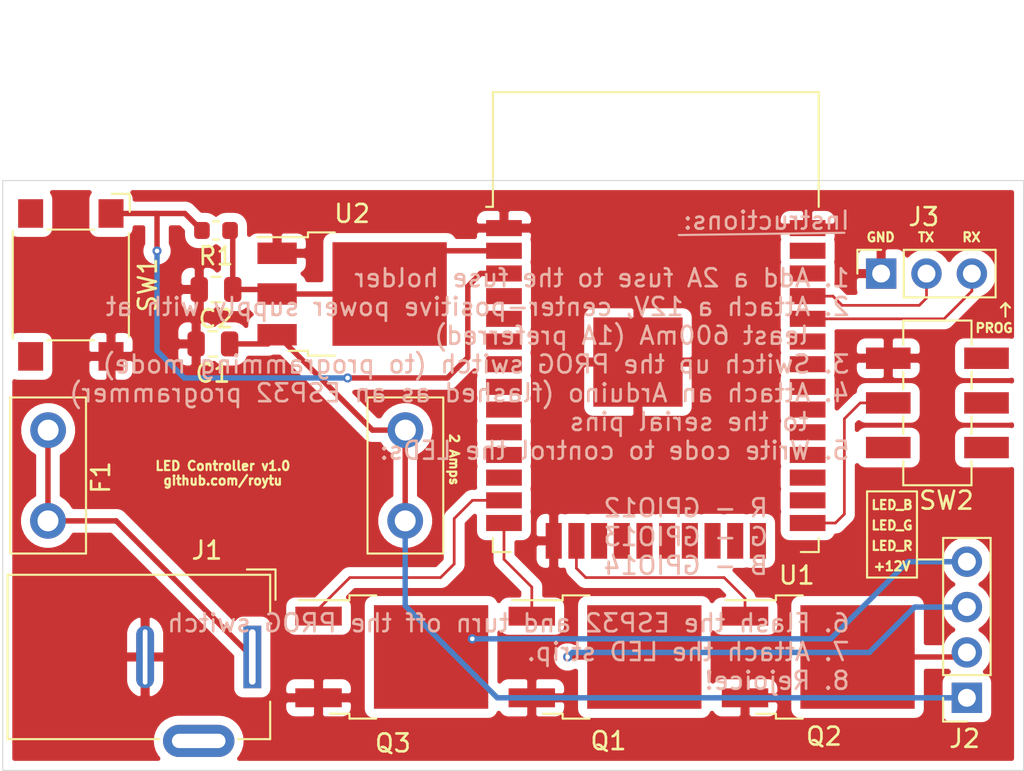
<source format=kicad_pcb>
(kicad_pcb (version 20171130) (host pcbnew "(5.1.6)-1")

  (general
    (thickness 1.6)
    (drawings 28)
    (tracks 85)
    (zones 0)
    (modules 14)
    (nets 44)
  )

  (page A4)
  (layers
    (0 F.Cu signal)
    (31 B.Cu signal)
    (32 B.Adhes user hide)
    (33 F.Adhes user hide)
    (34 B.Paste user)
    (35 F.Paste user)
    (36 B.SilkS user)
    (37 F.SilkS user)
    (38 B.Mask user)
    (39 F.Mask user)
    (40 Dwgs.User user hide)
    (41 Cmts.User user hide)
    (42 Eco1.User user hide)
    (43 Eco2.User user hide)
    (44 Edge.Cuts user)
    (45 Margin user)
    (46 B.CrtYd user)
    (47 F.CrtYd user)
    (48 B.Fab user hide)
    (49 F.Fab user hide)
  )

  (setup
    (last_trace_width 0.3048)
    (user_trace_width 0.1524)
    (user_trace_width 0.3048)
    (trace_clearance 0.1524)
    (zone_clearance 0.508)
    (zone_45_only no)
    (trace_min 0.1524)
    (via_size 0.508)
    (via_drill 0.254)
    (via_min_size 0.508)
    (via_min_drill 0.254)
    (uvia_size 0.508)
    (uvia_drill 0.254)
    (uvias_allowed no)
    (uvia_min_size 0)
    (uvia_min_drill 0)
    (edge_width 0.05)
    (segment_width 0.2)
    (pcb_text_width 0.3)
    (pcb_text_size 1.5 1.5)
    (mod_edge_width 0.12)
    (mod_text_size 1 1)
    (mod_text_width 0.15)
    (pad_size 1.524 1.524)
    (pad_drill 0.762)
    (pad_to_mask_clearance 0.0508)
    (aux_axis_origin 0 0)
    (visible_elements FFFFFF7F)
    (pcbplotparams
      (layerselection 0x010fc_ffffffff)
      (usegerberextensions false)
      (usegerberattributes true)
      (usegerberadvancedattributes true)
      (creategerberjobfile true)
      (excludeedgelayer true)
      (linewidth 0.100000)
      (plotframeref false)
      (viasonmask false)
      (mode 1)
      (useauxorigin false)
      (hpglpennumber 1)
      (hpglpenspeed 20)
      (hpglpendiameter 15.000000)
      (psnegative false)
      (psa4output false)
      (plotreference true)
      (plotvalue true)
      (plotinvisibletext false)
      (padsonsilk false)
      (subtractmaskfromsilk false)
      (outputformat 1)
      (mirror false)
      (drillshape 1)
      (scaleselection 1)
      (outputdirectory ""))
  )

  (net 0 "")
  (net 1 GND)
  (net 2 +12V)
  (net 3 +3.3V)
  (net 4 "Net-(F1-Pad1)")
  (net 5 "Net-(J1-Pad3)")
  (net 6 LED_B)
  (net 7 LED_G)
  (net 8 LED_R)
  (net 9 RX)
  (net 10 TX)
  (net 11 GPIO_R)
  (net 12 GPIO_G)
  (net 13 GPIO_B)
  (net 14 RST)
  (net 15 "Net-(SW2-Pad2)")
  (net 16 "Net-(SW2-Pad1)")
  (net 17 "Net-(U1-Pad37)")
  (net 18 "Net-(U1-Pad36)")
  (net 19 "Net-(U1-Pad33)")
  (net 20 "Net-(U1-Pad32)")
  (net 21 "Net-(U1-Pad31)")
  (net 22 "Net-(U1-Pad30)")
  (net 23 "Net-(U1-Pad29)")
  (net 24 "Net-(U1-Pad28)")
  (net 25 "Net-(U1-Pad27)")
  (net 26 "Net-(U1-Pad26)")
  (net 27 "Net-(U1-Pad24)")
  (net 28 "Net-(U1-Pad23)")
  (net 29 "Net-(U1-Pad22)")
  (net 30 "Net-(U1-Pad21)")
  (net 31 "Net-(U1-Pad20)")
  (net 32 "Net-(U1-Pad19)")
  (net 33 "Net-(U1-Pad18)")
  (net 34 "Net-(U1-Pad17)")
  (net 35 "Net-(U1-Pad12)")
  (net 36 "Net-(U1-Pad11)")
  (net 37 "Net-(U1-Pad10)")
  (net 38 "Net-(U1-Pad9)")
  (net 39 "Net-(U1-Pad8)")
  (net 40 "Net-(U1-Pad7)")
  (net 41 "Net-(U1-Pad6)")
  (net 42 "Net-(U1-Pad5)")
  (net 43 "Net-(U1-Pad4)")

  (net_class Default "This is the default net class."
    (clearance 0.1524)
    (trace_width 0.1524)
    (via_dia 0.508)
    (via_drill 0.254)
    (uvia_dia 0.508)
    (uvia_drill 0.254)
    (diff_pair_width 0.1778)
    (diff_pair_gap 0.254)
    (add_net +12V)
    (add_net +3.3V)
    (add_net GND)
    (add_net GPIO_B)
    (add_net GPIO_G)
    (add_net GPIO_R)
    (add_net LED_B)
    (add_net LED_G)
    (add_net LED_R)
    (add_net "Net-(F1-Pad1)")
    (add_net "Net-(J1-Pad3)")
    (add_net "Net-(SW2-Pad1)")
    (add_net "Net-(SW2-Pad2)")
    (add_net "Net-(U1-Pad10)")
    (add_net "Net-(U1-Pad11)")
    (add_net "Net-(U1-Pad12)")
    (add_net "Net-(U1-Pad17)")
    (add_net "Net-(U1-Pad18)")
    (add_net "Net-(U1-Pad19)")
    (add_net "Net-(U1-Pad20)")
    (add_net "Net-(U1-Pad21)")
    (add_net "Net-(U1-Pad22)")
    (add_net "Net-(U1-Pad23)")
    (add_net "Net-(U1-Pad24)")
    (add_net "Net-(U1-Pad26)")
    (add_net "Net-(U1-Pad27)")
    (add_net "Net-(U1-Pad28)")
    (add_net "Net-(U1-Pad29)")
    (add_net "Net-(U1-Pad30)")
    (add_net "Net-(U1-Pad31)")
    (add_net "Net-(U1-Pad32)")
    (add_net "Net-(U1-Pad33)")
    (add_net "Net-(U1-Pad36)")
    (add_net "Net-(U1-Pad37)")
    (add_net "Net-(U1-Pad4)")
    (add_net "Net-(U1-Pad5)")
    (add_net "Net-(U1-Pad6)")
    (add_net "Net-(U1-Pad7)")
    (add_net "Net-(U1-Pad8)")
    (add_net "Net-(U1-Pad9)")
    (add_net RST)
    (add_net RX)
    (add_net TX)
  )

  (module RF_Module:ESP32-WROOM-32 (layer F.Cu) (tedit 5B5B4654) (tstamp 5EDB40EB)
    (at 89.9 113.785)
    (descr "Single 2.4 GHz Wi-Fi and Bluetooth combo chip https://www.espressif.com/sites/default/files/documentation/esp32-wroom-32_datasheet_en.pdf")
    (tags "Single 2.4 GHz Wi-Fi and Bluetooth combo  chip")
    (path /5ED52C01)
    (attr smd)
    (fp_text reference U1 (at 7.89 11.183 180) (layer F.SilkS)
      (effects (font (size 1 1) (thickness 0.15)))
    )
    (fp_text value ESP32-WROOM-32D (at 0 11.5) (layer F.Fab)
      (effects (font (size 1 1) (thickness 0.15)))
    )
    (fp_text user "5 mm" (at 7.8 -19.075 90) (layer Cmts.User)
      (effects (font (size 0.5 0.5) (thickness 0.1)))
    )
    (fp_text user "5 mm" (at -11.2 -14.375) (layer Cmts.User)
      (effects (font (size 0.5 0.5) (thickness 0.1)))
    )
    (fp_text user "5 mm" (at 11.8 -14.375) (layer Cmts.User)
      (effects (font (size 0.5 0.5) (thickness 0.1)))
    )
    (fp_text user Antenna (at 0 -13) (layer Cmts.User)
      (effects (font (size 1 1) (thickness 0.15)))
    )
    (fp_text user "KEEP-OUT ZONE" (at 0 -19) (layer Cmts.User)
      (effects (font (size 1 1) (thickness 0.15)))
    )
    (fp_text user %R (at 0 0) (layer F.Fab)
      (effects (font (size 1 1) (thickness 0.15)))
    )
    (fp_line (start -14 -9.97) (end -14 -20.75) (layer Dwgs.User) (width 0.1))
    (fp_line (start 9 9.76) (end 9 -15.745) (layer F.Fab) (width 0.1))
    (fp_line (start -9 9.76) (end 9 9.76) (layer F.Fab) (width 0.1))
    (fp_line (start -9 -15.745) (end -9 -10.02) (layer F.Fab) (width 0.1))
    (fp_line (start -9 -15.745) (end 9 -15.745) (layer F.Fab) (width 0.1))
    (fp_line (start -9.75 10.5) (end -9.75 -9.72) (layer F.CrtYd) (width 0.05))
    (fp_line (start -9.75 10.5) (end 9.75 10.5) (layer F.CrtYd) (width 0.05))
    (fp_line (start 9.75 -9.72) (end 9.75 10.5) (layer F.CrtYd) (width 0.05))
    (fp_line (start -14.25 -21) (end 14.25 -21) (layer F.CrtYd) (width 0.05))
    (fp_line (start -9 -9.02) (end -9 9.76) (layer F.Fab) (width 0.1))
    (fp_line (start -8.5 -9.52) (end -9 -10.02) (layer F.Fab) (width 0.1))
    (fp_line (start -9 -9.02) (end -8.5 -9.52) (layer F.Fab) (width 0.1))
    (fp_line (start 14 -9.97) (end -14 -9.97) (layer Dwgs.User) (width 0.1))
    (fp_line (start 14 -9.97) (end 14 -20.75) (layer Dwgs.User) (width 0.1))
    (fp_line (start 14 -20.75) (end -14 -20.75) (layer Dwgs.User) (width 0.1))
    (fp_line (start -14.25 -21) (end -14.25 -9.72) (layer F.CrtYd) (width 0.05))
    (fp_line (start 14.25 -21) (end 14.25 -9.72) (layer F.CrtYd) (width 0.05))
    (fp_line (start -14.25 -9.72) (end -9.75 -9.72) (layer F.CrtYd) (width 0.05))
    (fp_line (start 9.75 -9.72) (end 14.25 -9.72) (layer F.CrtYd) (width 0.05))
    (fp_line (start -12.525 -20.75) (end -14 -19.66) (layer Dwgs.User) (width 0.1))
    (fp_line (start -10.525 -20.75) (end -14 -18.045) (layer Dwgs.User) (width 0.1))
    (fp_line (start -8.525 -20.75) (end -14 -16.43) (layer Dwgs.User) (width 0.1))
    (fp_line (start -6.525 -20.75) (end -14 -14.815) (layer Dwgs.User) (width 0.1))
    (fp_line (start -4.525 -20.75) (end -14 -13.2) (layer Dwgs.User) (width 0.1))
    (fp_line (start -2.525 -20.75) (end -14 -11.585) (layer Dwgs.User) (width 0.1))
    (fp_line (start -0.525 -20.75) (end -14 -9.97) (layer Dwgs.User) (width 0.1))
    (fp_line (start 1.475 -20.75) (end -12 -9.97) (layer Dwgs.User) (width 0.1))
    (fp_line (start 3.475 -20.75) (end -10 -9.97) (layer Dwgs.User) (width 0.1))
    (fp_line (start -8 -9.97) (end 5.475 -20.75) (layer Dwgs.User) (width 0.1))
    (fp_line (start 7.475 -20.75) (end -6 -9.97) (layer Dwgs.User) (width 0.1))
    (fp_line (start 9.475 -20.75) (end -4 -9.97) (layer Dwgs.User) (width 0.1))
    (fp_line (start 11.475 -20.75) (end -2 -9.97) (layer Dwgs.User) (width 0.1))
    (fp_line (start 13.475 -20.75) (end 0 -9.97) (layer Dwgs.User) (width 0.1))
    (fp_line (start 14 -19.66) (end 2 -9.97) (layer Dwgs.User) (width 0.1))
    (fp_line (start 14 -18.045) (end 4 -9.97) (layer Dwgs.User) (width 0.1))
    (fp_line (start 14 -16.43) (end 6 -9.97) (layer Dwgs.User) (width 0.1))
    (fp_line (start 14 -14.815) (end 8 -9.97) (layer Dwgs.User) (width 0.1))
    (fp_line (start 14 -13.2) (end 10 -9.97) (layer Dwgs.User) (width 0.1))
    (fp_line (start 14 -11.585) (end 12 -9.97) (layer Dwgs.User) (width 0.1))
    (fp_line (start 9.2 -13.875) (end 13.8 -13.875) (layer Cmts.User) (width 0.1))
    (fp_line (start 13.8 -13.875) (end 13.6 -14.075) (layer Cmts.User) (width 0.1))
    (fp_line (start 13.8 -13.875) (end 13.6 -13.675) (layer Cmts.User) (width 0.1))
    (fp_line (start 9.2 -13.875) (end 9.4 -14.075) (layer Cmts.User) (width 0.1))
    (fp_line (start 9.2 -13.875) (end 9.4 -13.675) (layer Cmts.User) (width 0.1))
    (fp_line (start -13.8 -13.875) (end -13.6 -14.075) (layer Cmts.User) (width 0.1))
    (fp_line (start -13.8 -13.875) (end -13.6 -13.675) (layer Cmts.User) (width 0.1))
    (fp_line (start -9.2 -13.875) (end -9.4 -13.675) (layer Cmts.User) (width 0.1))
    (fp_line (start -13.8 -13.875) (end -9.2 -13.875) (layer Cmts.User) (width 0.1))
    (fp_line (start -9.2 -13.875) (end -9.4 -14.075) (layer Cmts.User) (width 0.1))
    (fp_line (start 8.4 -16) (end 8.2 -16.2) (layer Cmts.User) (width 0.1))
    (fp_line (start 8.4 -16) (end 8.6 -16.2) (layer Cmts.User) (width 0.1))
    (fp_line (start 8.4 -20.6) (end 8.6 -20.4) (layer Cmts.User) (width 0.1))
    (fp_line (start 8.4 -16) (end 8.4 -20.6) (layer Cmts.User) (width 0.1))
    (fp_line (start 8.4 -20.6) (end 8.2 -20.4) (layer Cmts.User) (width 0.1))
    (fp_line (start -9.12 9.1) (end -9.12 9.88) (layer F.SilkS) (width 0.12))
    (fp_line (start -9.12 9.88) (end -8.12 9.88) (layer F.SilkS) (width 0.12))
    (fp_line (start 9.12 9.1) (end 9.12 9.88) (layer F.SilkS) (width 0.12))
    (fp_line (start 9.12 9.88) (end 8.12 9.88) (layer F.SilkS) (width 0.12))
    (fp_line (start -9.12 -15.865) (end 9.12 -15.865) (layer F.SilkS) (width 0.12))
    (fp_line (start 9.12 -15.865) (end 9.12 -9.445) (layer F.SilkS) (width 0.12))
    (fp_line (start -9.12 -15.865) (end -9.12 -9.445) (layer F.SilkS) (width 0.12))
    (fp_line (start -9.12 -9.445) (end -9.5 -9.445) (layer F.SilkS) (width 0.12))
    (pad 38 smd rect (at 8.5 -8.255) (size 2 0.9) (layers F.Cu F.Paste F.Mask)
      (net 1 GND))
    (pad 37 smd rect (at 8.5 -6.985) (size 2 0.9) (layers F.Cu F.Paste F.Mask)
      (net 17 "Net-(U1-Pad37)"))
    (pad 36 smd rect (at 8.5 -5.715) (size 2 0.9) (layers F.Cu F.Paste F.Mask)
      (net 18 "Net-(U1-Pad36)"))
    (pad 35 smd rect (at 8.5 -4.445) (size 2 0.9) (layers F.Cu F.Paste F.Mask)
      (net 10 TX))
    (pad 34 smd rect (at 8.5 -3.175) (size 2 0.9) (layers F.Cu F.Paste F.Mask)
      (net 9 RX))
    (pad 33 smd rect (at 8.5 -1.905) (size 2 0.9) (layers F.Cu F.Paste F.Mask)
      (net 19 "Net-(U1-Pad33)"))
    (pad 32 smd rect (at 8.5 -0.635) (size 2 0.9) (layers F.Cu F.Paste F.Mask)
      (net 20 "Net-(U1-Pad32)"))
    (pad 31 smd rect (at 8.5 0.635) (size 2 0.9) (layers F.Cu F.Paste F.Mask)
      (net 21 "Net-(U1-Pad31)"))
    (pad 30 smd rect (at 8.5 1.905) (size 2 0.9) (layers F.Cu F.Paste F.Mask)
      (net 22 "Net-(U1-Pad30)"))
    (pad 29 smd rect (at 8.5 3.175) (size 2 0.9) (layers F.Cu F.Paste F.Mask)
      (net 23 "Net-(U1-Pad29)"))
    (pad 28 smd rect (at 8.5 4.445) (size 2 0.9) (layers F.Cu F.Paste F.Mask)
      (net 24 "Net-(U1-Pad28)"))
    (pad 27 smd rect (at 8.5 5.715) (size 2 0.9) (layers F.Cu F.Paste F.Mask)
      (net 25 "Net-(U1-Pad27)"))
    (pad 26 smd rect (at 8.5 6.985) (size 2 0.9) (layers F.Cu F.Paste F.Mask)
      (net 26 "Net-(U1-Pad26)"))
    (pad 25 smd rect (at 8.5 8.255) (size 2 0.9) (layers F.Cu F.Paste F.Mask)
      (net 15 "Net-(SW2-Pad2)"))
    (pad 24 smd rect (at 5.715 9.255 90) (size 2 0.9) (layers F.Cu F.Paste F.Mask)
      (net 27 "Net-(U1-Pad24)"))
    (pad 23 smd rect (at 4.445 9.255 90) (size 2 0.9) (layers F.Cu F.Paste F.Mask)
      (net 28 "Net-(U1-Pad23)"))
    (pad 22 smd rect (at 3.175 9.255 90) (size 2 0.9) (layers F.Cu F.Paste F.Mask)
      (net 29 "Net-(U1-Pad22)"))
    (pad 21 smd rect (at 1.905 9.255 90) (size 2 0.9) (layers F.Cu F.Paste F.Mask)
      (net 30 "Net-(U1-Pad21)"))
    (pad 20 smd rect (at 0.635 9.255 90) (size 2 0.9) (layers F.Cu F.Paste F.Mask)
      (net 31 "Net-(U1-Pad20)"))
    (pad 19 smd rect (at -0.635 9.255 90) (size 2 0.9) (layers F.Cu F.Paste F.Mask)
      (net 32 "Net-(U1-Pad19)"))
    (pad 18 smd rect (at -1.905 9.255 90) (size 2 0.9) (layers F.Cu F.Paste F.Mask)
      (net 33 "Net-(U1-Pad18)"))
    (pad 17 smd rect (at -3.175 9.255 90) (size 2 0.9) (layers F.Cu F.Paste F.Mask)
      (net 34 "Net-(U1-Pad17)"))
    (pad 16 smd rect (at -4.445 9.255 90) (size 2 0.9) (layers F.Cu F.Paste F.Mask)
      (net 12 GPIO_G))
    (pad 15 smd rect (at -5.715 9.255 90) (size 2 0.9) (layers F.Cu F.Paste F.Mask)
      (net 1 GND))
    (pad 14 smd rect (at -8.5 8.255) (size 2 0.9) (layers F.Cu F.Paste F.Mask)
      (net 11 GPIO_R))
    (pad 13 smd rect (at -8.5 6.985) (size 2 0.9) (layers F.Cu F.Paste F.Mask)
      (net 13 GPIO_B))
    (pad 12 smd rect (at -8.5 5.715) (size 2 0.9) (layers F.Cu F.Paste F.Mask)
      (net 35 "Net-(U1-Pad12)"))
    (pad 11 smd rect (at -8.5 4.445) (size 2 0.9) (layers F.Cu F.Paste F.Mask)
      (net 36 "Net-(U1-Pad11)"))
    (pad 10 smd rect (at -8.5 3.175) (size 2 0.9) (layers F.Cu F.Paste F.Mask)
      (net 37 "Net-(U1-Pad10)"))
    (pad 9 smd rect (at -8.5 1.905) (size 2 0.9) (layers F.Cu F.Paste F.Mask)
      (net 38 "Net-(U1-Pad9)"))
    (pad 8 smd rect (at -8.5 0.635) (size 2 0.9) (layers F.Cu F.Paste F.Mask)
      (net 39 "Net-(U1-Pad8)"))
    (pad 7 smd rect (at -8.5 -0.635) (size 2 0.9) (layers F.Cu F.Paste F.Mask)
      (net 40 "Net-(U1-Pad7)"))
    (pad 6 smd rect (at -8.5 -1.905) (size 2 0.9) (layers F.Cu F.Paste F.Mask)
      (net 41 "Net-(U1-Pad6)"))
    (pad 5 smd rect (at -8.5 -3.175) (size 2 0.9) (layers F.Cu F.Paste F.Mask)
      (net 42 "Net-(U1-Pad5)"))
    (pad 4 smd rect (at -8.5 -4.445) (size 2 0.9) (layers F.Cu F.Paste F.Mask)
      (net 43 "Net-(U1-Pad4)"))
    (pad 3 smd rect (at -8.5 -5.715) (size 2 0.9) (layers F.Cu F.Paste F.Mask)
      (net 14 RST))
    (pad 2 smd rect (at -8.5 -6.985) (size 2 0.9) (layers F.Cu F.Paste F.Mask)
      (net 3 +3.3V))
    (pad 1 smd rect (at -8.5 -8.255) (size 2 0.9) (layers F.Cu F.Paste F.Mask)
      (net 1 GND))
    (pad 39 smd rect (at -1 -0.755) (size 5 5) (layers F.Cu F.Paste F.Mask)
      (net 1 GND))
    (model ${KISYS3DMOD}/RF_Module.3dshapes/ESP32-WROOM-32.wrl
      (at (xyz 0 0 0))
      (scale (xyz 1 1 1))
      (rotate (xyz 0 0 0))
    )
  )

  (module Connector_PinSocket_2.54mm:PinSocket_1x03_P2.54mm_Vertical (layer F.Cu) (tedit 5A19A429) (tstamp 5EDB3FBD)
    (at 102.5144 108.077 90)
    (descr "Through hole straight socket strip, 1x03, 2.54mm pitch, single row (from Kicad 4.0.7), script generated")
    (tags "Through hole socket strip THT 1x03 2.54mm single row")
    (path /5ED5BF90)
    (fp_text reference J3 (at 3.175 2.3876 180) (layer F.SilkS)
      (effects (font (size 1 1) (thickness 0.15)))
    )
    (fp_text value Conn_01x03_Female (at 0 7.85 90) (layer F.Fab)
      (effects (font (size 1 1) (thickness 0.15)))
    )
    (fp_text user %R (at 0 2.54) (layer F.Fab)
      (effects (font (size 1 1) (thickness 0.15)))
    )
    (fp_line (start -1.27 -1.27) (end 0.635 -1.27) (layer F.Fab) (width 0.1))
    (fp_line (start 0.635 -1.27) (end 1.27 -0.635) (layer F.Fab) (width 0.1))
    (fp_line (start 1.27 -0.635) (end 1.27 6.35) (layer F.Fab) (width 0.1))
    (fp_line (start 1.27 6.35) (end -1.27 6.35) (layer F.Fab) (width 0.1))
    (fp_line (start -1.27 6.35) (end -1.27 -1.27) (layer F.Fab) (width 0.1))
    (fp_line (start -1.33 1.27) (end 1.33 1.27) (layer F.SilkS) (width 0.12))
    (fp_line (start -1.33 1.27) (end -1.33 6.41) (layer F.SilkS) (width 0.12))
    (fp_line (start -1.33 6.41) (end 1.33 6.41) (layer F.SilkS) (width 0.12))
    (fp_line (start 1.33 1.27) (end 1.33 6.41) (layer F.SilkS) (width 0.12))
    (fp_line (start 1.33 -1.33) (end 1.33 0) (layer F.SilkS) (width 0.12))
    (fp_line (start 0 -1.33) (end 1.33 -1.33) (layer F.SilkS) (width 0.12))
    (fp_line (start -1.8 -1.8) (end 1.75 -1.8) (layer F.CrtYd) (width 0.05))
    (fp_line (start 1.75 -1.8) (end 1.75 6.85) (layer F.CrtYd) (width 0.05))
    (fp_line (start 1.75 6.85) (end -1.8 6.85) (layer F.CrtYd) (width 0.05))
    (fp_line (start -1.8 6.85) (end -1.8 -1.8) (layer F.CrtYd) (width 0.05))
    (pad 3 thru_hole oval (at 0 5.08 90) (size 1.7 1.7) (drill 1) (layers *.Cu *.Mask)
      (net 9 RX))
    (pad 2 thru_hole oval (at 0 2.54 90) (size 1.7 1.7) (drill 1) (layers *.Cu *.Mask)
      (net 10 TX))
    (pad 1 thru_hole rect (at 0 0 90) (size 1.7 1.7) (drill 1) (layers *.Cu *.Mask)
      (net 1 GND))
    (model ${KISYS3DMOD}/Connector_PinSocket_2.54mm.3dshapes/PinSocket_1x03_P2.54mm_Vertical.wrl
      (at (xyz 0 0 0))
      (scale (xyz 1 1 1))
      (rotate (xyz 0 0 0))
    )
  )

  (module Connector_PinSocket_2.54mm:PinSocket_1x04_P2.54mm_Vertical (layer F.Cu) (tedit 5A19A429) (tstamp 5EDB3FA4)
    (at 107.315 131.826 180)
    (descr "Through hole straight socket strip, 1x04, 2.54mm pitch, single row (from Kicad 4.0.7), script generated")
    (tags "Through hole socket strip THT 1x04 2.54mm single row")
    (path /5ED624FF)
    (fp_text reference J2 (at 0.127 -2.286) (layer F.SilkS)
      (effects (font (size 1 1) (thickness 0.15)))
    )
    (fp_text value Conn_01x04_Female (at 0 10.39) (layer F.Fab)
      (effects (font (size 1 1) (thickness 0.15)))
    )
    (fp_text user %R (at 0 3.81 90) (layer F.Fab)
      (effects (font (size 1 1) (thickness 0.15)))
    )
    (fp_line (start -1.27 -1.27) (end 0.635 -1.27) (layer F.Fab) (width 0.1))
    (fp_line (start 0.635 -1.27) (end 1.27 -0.635) (layer F.Fab) (width 0.1))
    (fp_line (start 1.27 -0.635) (end 1.27 8.89) (layer F.Fab) (width 0.1))
    (fp_line (start 1.27 8.89) (end -1.27 8.89) (layer F.Fab) (width 0.1))
    (fp_line (start -1.27 8.89) (end -1.27 -1.27) (layer F.Fab) (width 0.1))
    (fp_line (start -1.33 1.27) (end 1.33 1.27) (layer F.SilkS) (width 0.12))
    (fp_line (start -1.33 1.27) (end -1.33 8.95) (layer F.SilkS) (width 0.12))
    (fp_line (start -1.33 8.95) (end 1.33 8.95) (layer F.SilkS) (width 0.12))
    (fp_line (start 1.33 1.27) (end 1.33 8.95) (layer F.SilkS) (width 0.12))
    (fp_line (start 1.33 -1.33) (end 1.33 0) (layer F.SilkS) (width 0.12))
    (fp_line (start 0 -1.33) (end 1.33 -1.33) (layer F.SilkS) (width 0.12))
    (fp_line (start -1.8 -1.8) (end 1.75 -1.8) (layer F.CrtYd) (width 0.05))
    (fp_line (start 1.75 -1.8) (end 1.75 9.4) (layer F.CrtYd) (width 0.05))
    (fp_line (start 1.75 9.4) (end -1.8 9.4) (layer F.CrtYd) (width 0.05))
    (fp_line (start -1.8 9.4) (end -1.8 -1.8) (layer F.CrtYd) (width 0.05))
    (pad 4 thru_hole oval (at 0 7.62 180) (size 1.7 1.7) (drill 1) (layers *.Cu *.Mask)
      (net 6 LED_B))
    (pad 3 thru_hole oval (at 0 5.08 180) (size 1.7 1.7) (drill 1) (layers *.Cu *.Mask)
      (net 8 LED_R))
    (pad 2 thru_hole oval (at 0 2.54 180) (size 1.7 1.7) (drill 1) (layers *.Cu *.Mask)
      (net 7 LED_G))
    (pad 1 thru_hole rect (at 0 0 180) (size 1.7 1.7) (drill 1) (layers *.Cu *.Mask)
      (net 2 +12V))
    (model ${KISYS3DMOD}/Connector_PinSocket_2.54mm.3dshapes/PinSocket_1x04_P2.54mm_Vertical.wrl
      (at (xyz 0 0 0))
      (scale (xyz 1 1 1))
      (rotate (xyz 0 0 0))
    )
  )

  (module Package_TO_SOT_SMD:TO-252-3_TabPin2 (layer F.Cu) (tedit 5A70F30B) (tstamp 5EDB4113)
    (at 72.898 109.22)
    (descr "TO-252 / DPAK SMD package, http://www.infineon.com/cms/en/product/packages/PG-TO252/PG-TO252-3-1/")
    (tags "DPAK TO-252 DPAK-3 TO-252-3 SOT-428")
    (path /5ED6F98D)
    (attr smd)
    (fp_text reference U2 (at 0 -4.5) (layer F.SilkS)
      (effects (font (size 1 1) (thickness 0.15)))
    )
    (fp_text value IFX27001TFV33 (at 0 4.5) (layer F.Fab)
      (effects (font (size 1 1) (thickness 0.15)))
    )
    (fp_text user %R (at 0 0) (layer F.Fab)
      (effects (font (size 1 1) (thickness 0.15)))
    )
    (fp_line (start 3.95 -2.7) (end 4.95 -2.7) (layer F.Fab) (width 0.1))
    (fp_line (start 4.95 -2.7) (end 4.95 2.7) (layer F.Fab) (width 0.1))
    (fp_line (start 4.95 2.7) (end 3.95 2.7) (layer F.Fab) (width 0.1))
    (fp_line (start 3.95 -3.25) (end 3.95 3.25) (layer F.Fab) (width 0.1))
    (fp_line (start 3.95 3.25) (end -2.27 3.25) (layer F.Fab) (width 0.1))
    (fp_line (start -2.27 3.25) (end -2.27 -2.25) (layer F.Fab) (width 0.1))
    (fp_line (start -2.27 -2.25) (end -1.27 -3.25) (layer F.Fab) (width 0.1))
    (fp_line (start -1.27 -3.25) (end 3.95 -3.25) (layer F.Fab) (width 0.1))
    (fp_line (start -1.865 -2.655) (end -4.97 -2.655) (layer F.Fab) (width 0.1))
    (fp_line (start -4.97 -2.655) (end -4.97 -1.905) (layer F.Fab) (width 0.1))
    (fp_line (start -4.97 -1.905) (end -2.27 -1.905) (layer F.Fab) (width 0.1))
    (fp_line (start -2.27 -0.375) (end -4.97 -0.375) (layer F.Fab) (width 0.1))
    (fp_line (start -4.97 -0.375) (end -4.97 0.375) (layer F.Fab) (width 0.1))
    (fp_line (start -4.97 0.375) (end -2.27 0.375) (layer F.Fab) (width 0.1))
    (fp_line (start -2.27 1.905) (end -4.97 1.905) (layer F.Fab) (width 0.1))
    (fp_line (start -4.97 1.905) (end -4.97 2.655) (layer F.Fab) (width 0.1))
    (fp_line (start -4.97 2.655) (end -2.27 2.655) (layer F.Fab) (width 0.1))
    (fp_line (start -0.97 -3.45) (end -2.47 -3.45) (layer F.SilkS) (width 0.12))
    (fp_line (start -2.47 -3.45) (end -2.47 -3.18) (layer F.SilkS) (width 0.12))
    (fp_line (start -2.47 -3.18) (end -5.3 -3.18) (layer F.SilkS) (width 0.12))
    (fp_line (start -0.97 3.45) (end -2.47 3.45) (layer F.SilkS) (width 0.12))
    (fp_line (start -2.47 3.45) (end -2.47 3.18) (layer F.SilkS) (width 0.12))
    (fp_line (start -2.47 3.18) (end -3.57 3.18) (layer F.SilkS) (width 0.12))
    (fp_line (start -5.55 -3.5) (end -5.55 3.5) (layer F.CrtYd) (width 0.05))
    (fp_line (start -5.55 3.5) (end 5.55 3.5) (layer F.CrtYd) (width 0.05))
    (fp_line (start 5.55 3.5) (end 5.55 -3.5) (layer F.CrtYd) (width 0.05))
    (fp_line (start 5.55 -3.5) (end -5.55 -3.5) (layer F.CrtYd) (width 0.05))
    (pad "" smd rect (at 0.425 1.525) (size 3.05 2.75) (layers F.Paste))
    (pad "" smd rect (at 3.775 -1.525) (size 3.05 2.75) (layers F.Paste))
    (pad "" smd rect (at 0.425 -1.525) (size 3.05 2.75) (layers F.Paste))
    (pad "" smd rect (at 3.775 1.525) (size 3.05 2.75) (layers F.Paste))
    (pad 2 smd rect (at 2.1 0) (size 6.4 5.8) (layers F.Cu F.Mask)
      (net 3 +3.3V))
    (pad 3 smd rect (at -4.2 2.28) (size 2.2 1.2) (layers F.Cu F.Paste F.Mask)
      (net 2 +12V))
    (pad 2 smd rect (at -4.2 0) (size 2.2 1.2) (layers F.Cu F.Paste F.Mask)
      (net 3 +3.3V))
    (pad 1 smd rect (at -4.2 -2.28) (size 2.2 1.2) (layers F.Cu F.Paste F.Mask)
      (net 1 GND))
    (model ${KISYS3DMOD}/Package_TO_SOT_SMD.3dshapes/TO-252-3_TabPin2.wrl
      (at (xyz 0 0 0))
      (scale (xyz 1 1 1))
      (rotate (xyz 0 0 0))
    )
  )

  (module led_strip_controller:SW_DPDT_CK_JS202011SCQN (layer F.Cu) (tedit 5ED9E74F) (tstamp 5EDB407C)
    (at 105.664 115.316 90)
    (descr "Sub-miniature slide switch, vertical, SMT J bend https://dznh3ojzb2azq.cloudfront.net/products/Slide/JS/documents/datasheet.pdf")
    (tags "switch DPDT SMT")
    (path /5EDF93B3)
    (attr smd)
    (fp_text reference SW2 (at -5.461 0.508 180) (layer F.SilkS)
      (effects (font (size 1 1) (thickness 0.15)))
    )
    (fp_text value SW_PROG (at 0 5.08 90) (layer F.Fab)
      (effects (font (size 1 1) (thickness 0.15)))
    )
    (fp_text user %R (at 0 -7.62 90) (layer F.Fab)
      (effects (font (size 1 1) (thickness 0.15)))
    )
    (fp_line (start -4.5 -1.8) (end 4.5 -1.8) (layer F.Fab) (width 0.1))
    (fp_line (start 4.5 -1.8) (end 4.5 1.8) (layer F.Fab) (width 0.1))
    (fp_line (start 4.5 1.8) (end -4.5 1.8) (layer F.Fab) (width 0.1))
    (fp_line (start -4.5 1.8) (end -4.5 -1.8) (layer F.Fab) (width 0.1))
    (fp_line (start 4.61 -1.91) (end 4.61 1.91) (layer F.SilkS) (width 0.12))
    (fp_line (start -3.26 -1.91) (end -4.61 -1.91) (layer F.SilkS) (width 0.12))
    (fp_line (start -4.61 -1.91) (end -4.61 1.91) (layer F.SilkS) (width 0.12))
    (fp_line (start -4.61 1.91) (end -3.26 1.91) (layer F.SilkS) (width 0.12))
    (fp_line (start -0.76 -1.91) (end -1.74 -1.91) (layer F.SilkS) (width 0.12))
    (fp_line (start 4.61 -1.91) (end 3.26 -1.91) (layer F.SilkS) (width 0.12))
    (fp_line (start 4.61 1.91) (end 3.26 1.91) (layer F.SilkS) (width 0.12))
    (fp_line (start 1.74 -1.91) (end 0.76 -1.91) (layer F.SilkS) (width 0.12))
    (fp_line (start -0.76 1.91) (end -1.74 1.91) (layer F.SilkS) (width 0.12))
    (fp_line (start 1.74 1.91) (end 0.76 1.91) (layer F.SilkS) (width 0.12))
    (fp_line (start -1.75 -0.75) (end 1.75 -0.75) (layer F.Fab) (width 0.1))
    (fp_line (start 1.75 -0.75) (end 1.75 0.75) (layer F.Fab) (width 0.1))
    (fp_line (start 1.75 0.75) (end -1.75 0.75) (layer F.Fab) (width 0.1))
    (fp_line (start -1.75 -0.75) (end -1.75 0.75) (layer F.Fab) (width 0.1))
    (fp_line (start -0.25 -0.75) (end -0.25 0.75) (layer F.Fab) (width 0.1))
    (fp_line (start 4.75 -2.25) (end 4.75 2.25) (layer F.CrtYd) (width 0.05))
    (fp_line (start -4.75 -2.25) (end -4.75 2.25) (layer F.CrtYd) (width 0.05))
    (fp_line (start -4.75 -2.25) (end 4.75 -2.25) (layer F.CrtYd) (width 0.05))
    (fp_line (start 4.75 2.25) (end -4.75 2.25) (layer F.CrtYd) (width 0.05))
    (pad 3 smd rect (at 2.5 -2.75 90) (size 1.2 2.5) (layers F.Cu F.Paste F.Mask)
      (net 1 GND))
    (pad 2 smd rect (at 0 -2.75 90) (size 1.2 2.5) (layers F.Cu F.Paste F.Mask)
      (net 15 "Net-(SW2-Pad2)"))
    (pad 1 smd rect (at -2.5 -2.75 90) (size 1.2 2.5) (layers F.Cu F.Paste F.Mask)
      (net 16 "Net-(SW2-Pad1)"))
    (pad 6 smd rect (at 2.5 2.75 90) (size 1.2 2.5) (layers F.Cu F.Paste F.Mask))
    (pad 5 smd rect (at 0 2.75 90) (size 1.2 2.5) (layers F.Cu F.Paste F.Mask))
    (pad 4 smd rect (at -2.5 2.75 90) (size 1.2 2.5) (layers F.Cu F.Paste F.Mask))
    (model ${KISYS3DMOD}/Button_Switch_SMD.3dshapes/SW_DPDT_CK_JS202011JCQN.wrl
      (at (xyz 0 0 0))
      (scale (xyz 1 1 1))
      (rotate (xyz 0 0 0))
    )
  )

  (module Button_Switch_SMD:SW_SPST_Omron_B3FS-101xP (layer F.Cu) (tedit 5E6E8E39) (tstamp 5EDB405A)
    (at 57.15 108.712 270)
    (descr "Surface Mount Tactile Switch for High-Density Mounting, 4.3mm height, https://omronfs.omron.com/en_US/ecb/products/pdf/en-b3fs.pdf")
    (tags "Tactile Switch")
    (path /5ED589E3)
    (attr smd)
    (fp_text reference SW1 (at 0 -4.3 90) (layer F.SilkS)
      (effects (font (size 1 1) (thickness 0.15)))
    )
    (fp_text value SW_RST (at 0 4.2 90) (layer F.Fab)
      (effects (font (size 1 1) (thickness 0.15)))
    )
    (fp_text user %R (at 0 -2.2 90) (layer F.Fab)
      (effects (font (size 1 1) (thickness 0.15)))
    )
    (fp_line (start 2.9 -3.25) (end -2.9 -3.25) (layer F.SilkS) (width 0.12))
    (fp_line (start 3 3.25) (end -3 3.25) (layer F.SilkS) (width 0.12))
    (fp_line (start 3.1 -1.3) (end 3.1 1.3) (layer F.SilkS) (width 0.12))
    (fp_line (start -3.1 -1.3) (end -3.1 1.3) (layer F.SilkS) (width 0.12))
    (fp_line (start -3 -3.15) (end 3 -3.15) (layer F.Fab) (width 0.1))
    (fp_line (start 3 -3.15) (end 3 3.15) (layer F.Fab) (width 0.1))
    (fp_line (start 3 3.15) (end -3 3.15) (layer F.Fab) (width 0.1))
    (fp_line (start -3 3.15) (end -3 -3.15) (layer F.Fab) (width 0.1))
    (fp_line (start -5.05 -3.4) (end 5.05 -3.4) (layer F.CrtYd) (width 0.05))
    (fp_line (start 5.05 -3.4) (end 5.05 -1.3) (layer F.CrtYd) (width 0.05))
    (fp_line (start 5.05 -1.3) (end 3.25 -1.3) (layer F.CrtYd) (width 0.05))
    (fp_line (start 3.25 -1.3) (end 3.25 1.3) (layer F.CrtYd) (width 0.05))
    (fp_line (start 3.25 1.3) (end 5.05 1.3) (layer F.CrtYd) (width 0.05))
    (fp_line (start 5.05 1.3) (end 5.05 3.4) (layer F.CrtYd) (width 0.05))
    (fp_line (start 5.05 3.4) (end -5.05 3.4) (layer F.CrtYd) (width 0.05))
    (fp_line (start -5.05 3.4) (end -5.05 1.3) (layer F.CrtYd) (width 0.05))
    (fp_line (start -5.05 1.3) (end -3.25 1.3) (layer F.CrtYd) (width 0.05))
    (fp_line (start -3.25 1.3) (end -3.25 -1.3) (layer F.CrtYd) (width 0.05))
    (fp_line (start -3.25 -1.3) (end -5.05 -1.3) (layer F.CrtYd) (width 0.05))
    (fp_line (start -5.05 -1.3) (end -5.05 -3.4) (layer F.CrtYd) (width 0.05))
    (fp_circle (center 0 0) (end 1.5 0) (layer F.Fab) (width 0.1))
    (fp_line (start -5.1 -3.3) (end -4.1 -3.3) (layer F.SilkS) (width 0.12))
    (fp_line (start -5.1 -2.3) (end -5.1 -3.3) (layer F.SilkS) (width 0.12))
    (pad 3 smd rect (at -4 2.25 90) (size 1.6 1.4) (layers F.Cu F.Paste F.Mask))
    (pad 4 smd rect (at 4 2.25 90) (size 1.6 1.4) (layers F.Cu F.Paste F.Mask))
    (pad 1 smd rect (at -4 -2.25 90) (size 1.6 1.4) (layers F.Cu F.Paste F.Mask)
      (net 14 RST))
    (pad 2 smd rect (at 4 -2.25 90) (size 1.6 1.4) (layers F.Cu F.Paste F.Mask)
      (net 1 GND))
    (model ${KISYS3DMOD}/Button_Switch_SMD.3dshapes/SW_SPST_Omron_B3FS-101xP.wrl
      (at (xyz 0 0 0))
      (scale (xyz 1 1 1))
      (rotate (xyz 0 0 0))
    )
  )

  (module Resistor_SMD:R_0603_1608Metric (layer F.Cu) (tedit 5B301BBD) (tstamp 5EDB403A)
    (at 65.278 105.664 180)
    (descr "Resistor SMD 0603 (1608 Metric), square (rectangular) end terminal, IPC_7351 nominal, (Body size source: http://www.tortai-tech.com/upload/download/2011102023233369053.pdf), generated with kicad-footprint-generator")
    (tags resistor)
    (path /5ED57F28)
    (attr smd)
    (fp_text reference R1 (at 0 -1.43) (layer F.SilkS)
      (effects (font (size 1 1) (thickness 0.15)))
    )
    (fp_text value 10K (at 0 1.905) (layer F.Fab)
      (effects (font (size 1 1) (thickness 0.15)))
    )
    (fp_text user %R (at 0 0) (layer F.Fab)
      (effects (font (size 0.4 0.4) (thickness 0.06)))
    )
    (fp_line (start -0.8 0.4) (end -0.8 -0.4) (layer F.Fab) (width 0.1))
    (fp_line (start -0.8 -0.4) (end 0.8 -0.4) (layer F.Fab) (width 0.1))
    (fp_line (start 0.8 -0.4) (end 0.8 0.4) (layer F.Fab) (width 0.1))
    (fp_line (start 0.8 0.4) (end -0.8 0.4) (layer F.Fab) (width 0.1))
    (fp_line (start -0.162779 -0.51) (end 0.162779 -0.51) (layer F.SilkS) (width 0.12))
    (fp_line (start -0.162779 0.51) (end 0.162779 0.51) (layer F.SilkS) (width 0.12))
    (fp_line (start -1.48 0.73) (end -1.48 -0.73) (layer F.CrtYd) (width 0.05))
    (fp_line (start -1.48 -0.73) (end 1.48 -0.73) (layer F.CrtYd) (width 0.05))
    (fp_line (start 1.48 -0.73) (end 1.48 0.73) (layer F.CrtYd) (width 0.05))
    (fp_line (start 1.48 0.73) (end -1.48 0.73) (layer F.CrtYd) (width 0.05))
    (pad 2 smd roundrect (at 0.7875 0 180) (size 0.875 0.95) (layers F.Cu F.Paste F.Mask) (roundrect_rratio 0.25)
      (net 14 RST))
    (pad 1 smd roundrect (at -0.7875 0 180) (size 0.875 0.95) (layers F.Cu F.Paste F.Mask) (roundrect_rratio 0.25)
      (net 3 +3.3V))
    (model ${KISYS3DMOD}/Resistor_SMD.3dshapes/R_0603_1608Metric.wrl
      (at (xyz 0 0 0))
      (scale (xyz 1 1 1))
      (rotate (xyz 0 0 0))
    )
  )

  (module led_strip_controller:TO-252-2 (layer F.Cu) (tedit 5ED9EF67) (tstamp 5EDB4029)
    (at 75.219 129.539)
    (descr "TO-252 / DPAK SMD package, http://www.infineon.com/cms/en/product/packages/PG-TO252/PG-TO252-3-1/")
    (tags "DPAK TO-252 DPAK-3 TO-252-3 SOT-428")
    (path /5EE1A08A)
    (attr smd)
    (fp_text reference Q3 (at -0.035 4.827) (layer F.SilkS)
      (effects (font (size 1 1) (thickness 0.15)))
    )
    (fp_text value Q_NPN_BCE (at 0 4.5) (layer F.Fab)
      (effects (font (size 1 1) (thickness 0.15)))
    )
    (fp_text user %R (at 0 0) (layer F.Fab)
      (effects (font (size 1 1) (thickness 0.15)))
    )
    (fp_line (start 5.55 -3.5) (end -5.55 -3.5) (layer F.CrtYd) (width 0.05))
    (fp_line (start 5.55 3.5) (end 5.55 -3.5) (layer F.CrtYd) (width 0.05))
    (fp_line (start -5.55 3.5) (end 5.55 3.5) (layer F.CrtYd) (width 0.05))
    (fp_line (start -5.55 -3.5) (end -5.55 3.5) (layer F.CrtYd) (width 0.05))
    (fp_line (start -2.47 3.18) (end -3.57 3.18) (layer F.SilkS) (width 0.12))
    (fp_line (start -2.47 3.45) (end -2.47 3.18) (layer F.SilkS) (width 0.12))
    (fp_line (start -0.97 3.45) (end -2.47 3.45) (layer F.SilkS) (width 0.12))
    (fp_line (start -2.47 -3.18) (end -5.3 -3.18) (layer F.SilkS) (width 0.12))
    (fp_line (start -2.47 -3.45) (end -2.47 -3.18) (layer F.SilkS) (width 0.12))
    (fp_line (start -0.97 -3.45) (end -2.47 -3.45) (layer F.SilkS) (width 0.12))
    (fp_line (start -4.97 2.655) (end -2.27 2.655) (layer F.Fab) (width 0.1))
    (fp_line (start -4.97 1.905) (end -4.97 2.655) (layer F.Fab) (width 0.1))
    (fp_line (start -2.27 1.905) (end -4.97 1.905) (layer F.Fab) (width 0.1))
    (fp_line (start -4.97 -1.905) (end -2.27 -1.905) (layer F.Fab) (width 0.1))
    (fp_line (start -4.97 -2.655) (end -4.97 -1.905) (layer F.Fab) (width 0.1))
    (fp_line (start -1.865 -2.655) (end -4.97 -2.655) (layer F.Fab) (width 0.1))
    (fp_line (start -1.27 -3.25) (end 3.95 -3.25) (layer F.Fab) (width 0.1))
    (fp_line (start -2.27 -2.25) (end -1.27 -3.25) (layer F.Fab) (width 0.1))
    (fp_line (start -2.27 3.25) (end -2.27 -2.25) (layer F.Fab) (width 0.1))
    (fp_line (start 3.95 3.25) (end -2.27 3.25) (layer F.Fab) (width 0.1))
    (fp_line (start 3.95 -3.25) (end 3.95 3.25) (layer F.Fab) (width 0.1))
    (fp_line (start 4.95 2.7) (end 3.95 2.7) (layer F.Fab) (width 0.1))
    (fp_line (start 4.95 -2.7) (end 4.95 2.7) (layer F.Fab) (width 0.1))
    (fp_line (start 3.95 -2.7) (end 4.95 -2.7) (layer F.Fab) (width 0.1))
    (pad "" smd rect (at 0.425 1.525) (size 3.05 2.75) (layers F.Paste))
    (pad "" smd rect (at 3.775 -1.525) (size 3.05 2.75) (layers F.Paste))
    (pad "" smd rect (at 0.425 -1.525) (size 3.05 2.75) (layers F.Paste))
    (pad "" smd rect (at 3.775 1.525) (size 3.05 2.75) (layers F.Paste))
    (pad 2 smd rect (at 2.1 0) (size 6.4 5.8) (layers F.Cu F.Mask)
      (net 6 LED_B))
    (pad 3 smd rect (at -4.2 2.286) (size 2.6 1.06) (layers F.Cu F.Paste F.Mask)
      (net 1 GND))
    (pad 1 smd rect (at -4.2 -2.286) (size 2.6 1.06) (layers F.Cu F.Paste F.Mask)
      (net 13 GPIO_B))
    (model ${KISYS3DMOD}/Package_TO_SOT_SMD.3dshapes/TO-252-2.wrl
      (at (xyz 0 0 0))
      (scale (xyz 1 1 1))
      (rotate (xyz 0 0 0))
    )
  )

  (module led_strip_controller:TO-252-2 (layer F.Cu) (tedit 5ED9EF67) (tstamp 5EDB4005)
    (at 99.095 129.541)
    (descr "TO-252 / DPAK SMD package, http://www.infineon.com/cms/en/product/packages/PG-TO252/PG-TO252-3-1/")
    (tags "DPAK TO-252 DPAK-3 TO-252-3 SOT-428")
    (path /5EE16878)
    (attr smd)
    (fp_text reference Q2 (at 0.219 4.444) (layer F.SilkS)
      (effects (font (size 1 1) (thickness 0.15)))
    )
    (fp_text value Q_NPN_BCE (at 0 4.5) (layer F.Fab)
      (effects (font (size 1 1) (thickness 0.15)))
    )
    (fp_text user %R (at 0 0) (layer F.Fab)
      (effects (font (size 1 1) (thickness 0.15)))
    )
    (fp_line (start 5.55 -3.5) (end -5.55 -3.5) (layer F.CrtYd) (width 0.05))
    (fp_line (start 5.55 3.5) (end 5.55 -3.5) (layer F.CrtYd) (width 0.05))
    (fp_line (start -5.55 3.5) (end 5.55 3.5) (layer F.CrtYd) (width 0.05))
    (fp_line (start -5.55 -3.5) (end -5.55 3.5) (layer F.CrtYd) (width 0.05))
    (fp_line (start -2.47 3.18) (end -3.57 3.18) (layer F.SilkS) (width 0.12))
    (fp_line (start -2.47 3.45) (end -2.47 3.18) (layer F.SilkS) (width 0.12))
    (fp_line (start -0.97 3.45) (end -2.47 3.45) (layer F.SilkS) (width 0.12))
    (fp_line (start -2.47 -3.18) (end -5.3 -3.18) (layer F.SilkS) (width 0.12))
    (fp_line (start -2.47 -3.45) (end -2.47 -3.18) (layer F.SilkS) (width 0.12))
    (fp_line (start -0.97 -3.45) (end -2.47 -3.45) (layer F.SilkS) (width 0.12))
    (fp_line (start -4.97 2.655) (end -2.27 2.655) (layer F.Fab) (width 0.1))
    (fp_line (start -4.97 1.905) (end -4.97 2.655) (layer F.Fab) (width 0.1))
    (fp_line (start -2.27 1.905) (end -4.97 1.905) (layer F.Fab) (width 0.1))
    (fp_line (start -4.97 -1.905) (end -2.27 -1.905) (layer F.Fab) (width 0.1))
    (fp_line (start -4.97 -2.655) (end -4.97 -1.905) (layer F.Fab) (width 0.1))
    (fp_line (start -1.865 -2.655) (end -4.97 -2.655) (layer F.Fab) (width 0.1))
    (fp_line (start -1.27 -3.25) (end 3.95 -3.25) (layer F.Fab) (width 0.1))
    (fp_line (start -2.27 -2.25) (end -1.27 -3.25) (layer F.Fab) (width 0.1))
    (fp_line (start -2.27 3.25) (end -2.27 -2.25) (layer F.Fab) (width 0.1))
    (fp_line (start 3.95 3.25) (end -2.27 3.25) (layer F.Fab) (width 0.1))
    (fp_line (start 3.95 -3.25) (end 3.95 3.25) (layer F.Fab) (width 0.1))
    (fp_line (start 4.95 2.7) (end 3.95 2.7) (layer F.Fab) (width 0.1))
    (fp_line (start 4.95 -2.7) (end 4.95 2.7) (layer F.Fab) (width 0.1))
    (fp_line (start 3.95 -2.7) (end 4.95 -2.7) (layer F.Fab) (width 0.1))
    (pad "" smd rect (at 0.425 1.525) (size 3.05 2.75) (layers F.Paste))
    (pad "" smd rect (at 3.775 -1.525) (size 3.05 2.75) (layers F.Paste))
    (pad "" smd rect (at 0.425 -1.525) (size 3.05 2.75) (layers F.Paste))
    (pad "" smd rect (at 3.775 1.525) (size 3.05 2.75) (layers F.Paste))
    (pad 2 smd rect (at 2.1 0) (size 6.4 5.8) (layers F.Cu F.Mask)
      (net 7 LED_G))
    (pad 3 smd rect (at -4.2 2.286) (size 2.6 1.06) (layers F.Cu F.Paste F.Mask)
      (net 1 GND))
    (pad 1 smd rect (at -4.2 -2.286) (size 2.6 1.06) (layers F.Cu F.Paste F.Mask)
      (net 12 GPIO_G))
    (model ${KISYS3DMOD}/Package_TO_SOT_SMD.3dshapes/TO-252-2.wrl
      (at (xyz 0 0 0))
      (scale (xyz 1 1 1))
      (rotate (xyz 0 0 0))
    )
  )

  (module led_strip_controller:TO-252-2 (layer F.Cu) (tedit 5ED9EF67) (tstamp 5EDB3FE1)
    (at 87.157 129.541)
    (descr "TO-252 / DPAK SMD package, http://www.infineon.com/cms/en/product/packages/PG-TO252/PG-TO252-3-1/")
    (tags "DPAK TO-252 DPAK-3 TO-252-3 SOT-428")
    (path /5EE09204)
    (attr smd)
    (fp_text reference Q1 (at 0.092 4.698) (layer F.SilkS)
      (effects (font (size 1 1) (thickness 0.15)))
    )
    (fp_text value Q_NPN_BCE (at 0 4.5) (layer F.Fab)
      (effects (font (size 1 1) (thickness 0.15)))
    )
    (fp_text user %R (at 0 0) (layer F.Fab)
      (effects (font (size 1 1) (thickness 0.15)))
    )
    (fp_line (start 5.55 -3.5) (end -5.55 -3.5) (layer F.CrtYd) (width 0.05))
    (fp_line (start 5.55 3.5) (end 5.55 -3.5) (layer F.CrtYd) (width 0.05))
    (fp_line (start -5.55 3.5) (end 5.55 3.5) (layer F.CrtYd) (width 0.05))
    (fp_line (start -5.55 -3.5) (end -5.55 3.5) (layer F.CrtYd) (width 0.05))
    (fp_line (start -2.47 3.18) (end -3.57 3.18) (layer F.SilkS) (width 0.12))
    (fp_line (start -2.47 3.45) (end -2.47 3.18) (layer F.SilkS) (width 0.12))
    (fp_line (start -0.97 3.45) (end -2.47 3.45) (layer F.SilkS) (width 0.12))
    (fp_line (start -2.47 -3.18) (end -5.3 -3.18) (layer F.SilkS) (width 0.12))
    (fp_line (start -2.47 -3.45) (end -2.47 -3.18) (layer F.SilkS) (width 0.12))
    (fp_line (start -0.97 -3.45) (end -2.47 -3.45) (layer F.SilkS) (width 0.12))
    (fp_line (start -4.97 2.655) (end -2.27 2.655) (layer F.Fab) (width 0.1))
    (fp_line (start -4.97 1.905) (end -4.97 2.655) (layer F.Fab) (width 0.1))
    (fp_line (start -2.27 1.905) (end -4.97 1.905) (layer F.Fab) (width 0.1))
    (fp_line (start -4.97 -1.905) (end -2.27 -1.905) (layer F.Fab) (width 0.1))
    (fp_line (start -4.97 -2.655) (end -4.97 -1.905) (layer F.Fab) (width 0.1))
    (fp_line (start -1.865 -2.655) (end -4.97 -2.655) (layer F.Fab) (width 0.1))
    (fp_line (start -1.27 -3.25) (end 3.95 -3.25) (layer F.Fab) (width 0.1))
    (fp_line (start -2.27 -2.25) (end -1.27 -3.25) (layer F.Fab) (width 0.1))
    (fp_line (start -2.27 3.25) (end -2.27 -2.25) (layer F.Fab) (width 0.1))
    (fp_line (start 3.95 3.25) (end -2.27 3.25) (layer F.Fab) (width 0.1))
    (fp_line (start 3.95 -3.25) (end 3.95 3.25) (layer F.Fab) (width 0.1))
    (fp_line (start 4.95 2.7) (end 3.95 2.7) (layer F.Fab) (width 0.1))
    (fp_line (start 4.95 -2.7) (end 4.95 2.7) (layer F.Fab) (width 0.1))
    (fp_line (start 3.95 -2.7) (end 4.95 -2.7) (layer F.Fab) (width 0.1))
    (pad "" smd rect (at 0.425 1.525) (size 3.05 2.75) (layers F.Paste))
    (pad "" smd rect (at 3.775 -1.525) (size 3.05 2.75) (layers F.Paste))
    (pad "" smd rect (at 0.425 -1.525) (size 3.05 2.75) (layers F.Paste))
    (pad "" smd rect (at 3.775 1.525) (size 3.05 2.75) (layers F.Paste))
    (pad 2 smd rect (at 2.1 0) (size 6.4 5.8) (layers F.Cu F.Mask)
      (net 8 LED_R))
    (pad 3 smd rect (at -4.2 2.286) (size 2.6 1.06) (layers F.Cu F.Paste F.Mask)
      (net 1 GND))
    (pad 1 smd rect (at -4.2 -2.286) (size 2.6 1.06) (layers F.Cu F.Paste F.Mask)
      (net 11 GPIO_R))
    (model ${KISYS3DMOD}/Package_TO_SOT_SMD.3dshapes/TO-252-2.wrl
      (at (xyz 0 0 0))
      (scale (xyz 1 1 1))
      (rotate (xyz 0 0 0))
    )
  )

  (module led_strip_controller:BarrelJack_CUI-PJ002AH (layer F.Cu) (tedit 5ED9FF1E) (tstamp 5EDB3F8A)
    (at 67.31 129.54 270)
    (descr "Wuerth electronics barrel jack connector (5.5mm outher diameter, inner diameter 2.05mm or 2.55mm depending on exact order number), See: http://katalog.we-online.de/em/datasheet/6941xx301002.pdf")
    (tags "connector barrel jack")
    (path /5EDC4F70)
    (fp_text reference J1 (at -5.969 2.54 180) (layer F.SilkS)
      (effects (font (size 1 1) (thickness 0.15)))
    )
    (fp_text value Barrel_Jack_Switch (at 0 15.24 90) (layer F.Fab)
      (effects (font (size 1 1) (thickness 0.15)))
    )
    (fp_text user %R (at 0 7.5 90) (layer F.Fab)
      (effects (font (size 1 1) (thickness 0.15)))
    )
    (fp_line (start -4.6 -1) (end -2.5 -1) (layer F.SilkS) (width 0.12))
    (fp_line (start 6.2 0.5) (end 5 0.5) (layer F.CrtYd) (width 0.05))
    (fp_line (start 6.2 5.5) (end 5 5.5) (layer F.CrtYd) (width 0.05))
    (fp_line (start 6.2 0.5) (end 6.2 5.5) (layer F.CrtYd) (width 0.05))
    (fp_line (start 5 0.5) (end 5 -1.4) (layer F.CrtYd) (width 0.05))
    (fp_line (start -5 14.1) (end 5 14.1) (layer F.CrtYd) (width 0.05))
    (fp_line (start -5 -1.4) (end -5 14.1) (layer F.CrtYd) (width 0.05))
    (fp_line (start 5 -1.4) (end -5 -1.4) (layer F.CrtYd) (width 0.05))
    (fp_line (start -4.9 -1.3) (end -4.9 0.3) (layer F.SilkS) (width 0.12))
    (fp_line (start -3.2 -1.3) (end -4.9 -1.3) (layer F.SilkS) (width 0.12))
    (fp_line (start 4.6 -1) (end 4.6 0.8) (layer F.SilkS) (width 0.12))
    (fp_line (start 2.5 -1) (end 4.6 -1) (layer F.SilkS) (width 0.12))
    (fp_line (start -4.6 13.7) (end -4.6 -1) (layer F.SilkS) (width 0.12))
    (fp_line (start 4.6 13.7) (end -4.6 13.7) (layer F.SilkS) (width 0.12))
    (fp_line (start -4.5 13.6) (end -4.5 0.1) (layer F.Fab) (width 0.1))
    (fp_line (start 4.5 13.6) (end -4.5 13.6) (layer F.Fab) (width 0.1))
    (fp_line (start 4.5 -0.9) (end 4.5 13.6) (layer F.Fab) (width 0.1))
    (fp_line (start 4.5 -0.9) (end -3.5 -0.9) (layer F.Fab) (width 0.1))
    (fp_line (start -4.5 0.1) (end -3.5 -0.9) (layer F.Fab) (width 0.1))
    (fp_line (start 4.6 5.2) (end 4.6 13.7) (layer F.SilkS) (width 0.12))
    (fp_line (start 5 14.1) (end 5 5.5) (layer F.CrtYd) (width 0.05))
    (pad 1 thru_hole rect (at 0 0 270) (size 3.5 1) (drill oval 3.1 0.37) (layers *.Cu *.Mask)
      (net 4 "Net-(F1-Pad1)"))
    (pad 2 thru_hole oval (at 0 6 270) (size 3.5 1) (drill oval 3.1 0.26) (layers *.Cu *.Mask)
      (net 1 GND))
    (pad 3 thru_hole oval (at 4.7 3) (size 4 1.8) (drill oval 3 0.8) (layers *.Cu *.Mask)
      (net 5 "Net-(J1-Pad3)"))
    (model ${KISYS3DMOD}/Connector_BarrelJack.3dshapes/BarrelJack_Wuerth_6941xx301002.wrl
      (at (xyz 0 0 0))
      (scale (xyz 1 1 1))
      (rotate (xyz 0 0 0))
    )
  )

  (module led_strip_controller:Fuse_Littelfuse_01110501Z (layer F.Cu) (tedit 5ED9F84A) (tstamp 5EDB3F6D)
    (at 55.88 116.84 270)
    (descr "Fuse, TE5, Littelfuse/Wickmann, No. 460, No560,")
    (tags "Fuse TE5 Littelfuse/Wickmann No. 460 No560 ")
    (path /5ED74AF3)
    (fp_text reference F1 (at 2.65 -2.95 90) (layer F.SilkS)
      (effects (font (size 1 1) (thickness 0.15)))
    )
    (fp_text value "Fuse (2A)" (at 2.35 3.1 90) (layer F.Fab)
      (effects (font (size 1 1) (thickness 0.15)))
    )
    (fp_text user %R (at 2.75 -21.25 90) (layer F.Fab)
      (effects (font (size 1 1) (thickness 0.15)))
    )
    (fp_text user %R (at 2.75 -1.25 90) (layer F.Fab)
      (effects (font (size 1 1) (thickness 0.15)))
    )
    (fp_line (start 6.91 -17.88) (end -1.83 -17.88) (layer F.SilkS) (width 0.12))
    (fp_line (start 7.04 -17.75) (end 7.04 -22.25) (layer F.CrtYd) (width 0.05))
    (fp_line (start 6.91 -17.88) (end 6.91 -22.12) (layer F.SilkS) (width 0.12))
    (fp_line (start -1.71 -18) (end 6.79 -18) (layer F.Fab) (width 0.1))
    (fp_line (start -1.83 -22.12) (end -1.83 -17.88) (layer F.SilkS) (width 0.12))
    (fp_line (start -1.83 -22.12) (end 6.91 -22.12) (layer F.SilkS) (width 0.12))
    (fp_line (start 6.79 -18) (end 6.79 -22) (layer F.Fab) (width 0.1))
    (fp_line (start -1.71 -22) (end -1.71 -18) (layer F.Fab) (width 0.1))
    (fp_line (start -1.96 -22.25) (end -1.96 -17.75) (layer F.CrtYd) (width 0.05))
    (fp_line (start -1.96 -22.25) (end 7.04 -22.25) (layer F.CrtYd) (width 0.05))
    (fp_line (start 6.79 -22) (end -1.71 -22) (layer F.Fab) (width 0.1))
    (fp_line (start 7.04 -17.75) (end -1.96 -17.75) (layer F.CrtYd) (width 0.05))
    (fp_line (start 6.91 2.12) (end -1.83 2.12) (layer F.SilkS) (width 0.12))
    (fp_line (start 6.91 2.12) (end 6.91 -2.12) (layer F.SilkS) (width 0.12))
    (fp_line (start -1.83 -2.12) (end -1.83 2.12) (layer F.SilkS) (width 0.12))
    (fp_line (start -1.83 -2.12) (end 6.91 -2.12) (layer F.SilkS) (width 0.12))
    (fp_line (start 7.04 2.25) (end -1.96 2.25) (layer F.CrtYd) (width 0.05))
    (fp_line (start 7.04 2.25) (end 7.04 -2.25) (layer F.CrtYd) (width 0.05))
    (fp_line (start -1.96 -2.25) (end -1.96 2.25) (layer F.CrtYd) (width 0.05))
    (fp_line (start -1.96 -2.25) (end 7.04 -2.25) (layer F.CrtYd) (width 0.05))
    (fp_line (start -1.71 -2) (end -1.71 2) (layer F.Fab) (width 0.1))
    (fp_line (start 6.79 -2) (end -1.71 -2) (layer F.Fab) (width 0.1))
    (fp_line (start 6.79 2) (end 6.79 -2) (layer F.Fab) (width 0.1))
    (fp_line (start -1.71 2) (end 6.79 2) (layer F.Fab) (width 0.1))
    (pad 2 thru_hole circle (at 5.08 -19.99 270) (size 2 2) (drill 1.17) (layers *.Cu *.Mask)
      (net 2 +12V))
    (pad 2 thru_hole circle (at 0 -20 270) (size 2 2) (drill 1.17) (layers *.Cu *.Mask)
      (net 2 +12V))
    (pad 1 thru_hole circle (at 5.08 0.01 270) (size 2 2) (drill 1.17) (layers *.Cu *.Mask)
      (net 4 "Net-(F1-Pad1)"))
    (pad 1 thru_hole circle (at 0 0 270) (size 2 2) (drill 1.17) (layers *.Cu *.Mask)
      (net 4 "Net-(F1-Pad1)"))
    (model ${KISYS3DMOD}/Fuse.3dshapes/Fuse_Littelfuse_395Series.wrl
      (at (xyz 0 0 0))
      (scale (xyz 1 1 1))
      (rotate (xyz 0 0 0))
    )
  )

  (module Capacitor_SMD:C_0805_2012Metric (layer F.Cu) (tedit 5B36C52B) (tstamp 5EDB3F4A)
    (at 65.278 108.966 180)
    (descr "Capacitor SMD 0805 (2012 Metric), square (rectangular) end terminal, IPC_7351 nominal, (Body size source: https://docs.google.com/spreadsheets/d/1BsfQQcO9C6DZCsRaXUlFlo91Tg2WpOkGARC1WS5S8t0/edit?usp=sharing), generated with kicad-footprint-generator")
    (tags capacitor)
    (path /5ED70C98)
    (attr smd)
    (fp_text reference C2 (at 0 -1.65) (layer F.SilkS)
      (effects (font (size 1 1) (thickness 0.15)))
    )
    (fp_text value 22uF (at 0 1.65) (layer F.Fab)
      (effects (font (size 1 1) (thickness 0.15)))
    )
    (fp_text user %R (at 0 0) (layer F.Fab)
      (effects (font (size 0.5 0.5) (thickness 0.08)))
    )
    (fp_line (start -1 0.6) (end -1 -0.6) (layer F.Fab) (width 0.1))
    (fp_line (start -1 -0.6) (end 1 -0.6) (layer F.Fab) (width 0.1))
    (fp_line (start 1 -0.6) (end 1 0.6) (layer F.Fab) (width 0.1))
    (fp_line (start 1 0.6) (end -1 0.6) (layer F.Fab) (width 0.1))
    (fp_line (start -0.258578 -0.71) (end 0.258578 -0.71) (layer F.SilkS) (width 0.12))
    (fp_line (start -0.258578 0.71) (end 0.258578 0.71) (layer F.SilkS) (width 0.12))
    (fp_line (start -1.68 0.95) (end -1.68 -0.95) (layer F.CrtYd) (width 0.05))
    (fp_line (start -1.68 -0.95) (end 1.68 -0.95) (layer F.CrtYd) (width 0.05))
    (fp_line (start 1.68 -0.95) (end 1.68 0.95) (layer F.CrtYd) (width 0.05))
    (fp_line (start 1.68 0.95) (end -1.68 0.95) (layer F.CrtYd) (width 0.05))
    (pad 2 smd roundrect (at 0.9375 0 180) (size 0.975 1.4) (layers F.Cu F.Paste F.Mask) (roundrect_rratio 0.25)
      (net 1 GND))
    (pad 1 smd roundrect (at -0.9375 0 180) (size 0.975 1.4) (layers F.Cu F.Paste F.Mask) (roundrect_rratio 0.25)
      (net 3 +3.3V))
    (model ${KISYS3DMOD}/Capacitor_SMD.3dshapes/C_0805_2012Metric.wrl
      (at (xyz 0 0 0))
      (scale (xyz 1 1 1))
      (rotate (xyz 0 0 0))
    )
  )

  (module Capacitor_SMD:C_0805_2012Metric (layer F.Cu) (tedit 5B36C52B) (tstamp 5EDB856C)
    (at 65.1025 112.014 180)
    (descr "Capacitor SMD 0805 (2012 Metric), square (rectangular) end terminal, IPC_7351 nominal, (Body size source: https://docs.google.com/spreadsheets/d/1BsfQQcO9C6DZCsRaXUlFlo91Tg2WpOkGARC1WS5S8t0/edit?usp=sharing), generated with kicad-footprint-generator")
    (tags capacitor)
    (path /5ED707B7)
    (attr smd)
    (fp_text reference C1 (at 0 -1.65) (layer F.SilkS)
      (effects (font (size 1 1) (thickness 0.15)))
    )
    (fp_text value 10uF (at 0 1.65) (layer F.Fab)
      (effects (font (size 1 1) (thickness 0.15)))
    )
    (fp_text user %R (at 0 0) (layer F.Fab)
      (effects (font (size 0.5 0.5) (thickness 0.08)))
    )
    (fp_line (start -1 0.6) (end -1 -0.6) (layer F.Fab) (width 0.1))
    (fp_line (start -1 -0.6) (end 1 -0.6) (layer F.Fab) (width 0.1))
    (fp_line (start 1 -0.6) (end 1 0.6) (layer F.Fab) (width 0.1))
    (fp_line (start 1 0.6) (end -1 0.6) (layer F.Fab) (width 0.1))
    (fp_line (start -0.258578 -0.71) (end 0.258578 -0.71) (layer F.SilkS) (width 0.12))
    (fp_line (start -0.258578 0.71) (end 0.258578 0.71) (layer F.SilkS) (width 0.12))
    (fp_line (start -1.68 0.95) (end -1.68 -0.95) (layer F.CrtYd) (width 0.05))
    (fp_line (start -1.68 -0.95) (end 1.68 -0.95) (layer F.CrtYd) (width 0.05))
    (fp_line (start 1.68 -0.95) (end 1.68 0.95) (layer F.CrtYd) (width 0.05))
    (fp_line (start 1.68 0.95) (end -1.68 0.95) (layer F.CrtYd) (width 0.05))
    (pad 2 smd roundrect (at 0.9375 0 180) (size 0.975 1.4) (layers F.Cu F.Paste F.Mask) (roundrect_rratio 0.25)
      (net 1 GND))
    (pad 1 smd roundrect (at -0.9375 0 180) (size 0.975 1.4) (layers F.Cu F.Paste F.Mask) (roundrect_rratio 0.25)
      (net 2 +12V))
    (model ${KISYS3DMOD}/Capacitor_SMD.3dshapes/C_0805_2012Metric.wrl
      (at (xyz 0 0 0))
      (scale (xyz 1 1 1))
      (rotate (xyz 0 0 0))
    )
  )

  (gr_line (start 100.457 105.791) (end 91.186 105.918) (layer B.SilkS) (width 0.12))
  (gr_text "Instructions:\n\n1. Add a 2A fuse to the fuse holder\n2. Attach a 12V, center-positive power supply with at\n   least 600mA (1A preferred)\n3. Switch up the PROG switch (to programming mode)\n4. Attach an Arduino (flashed as an ESP32 programmer)\n   to the serial pins\n5. Write code to control the LEDs:\n\n      R - GPIO12\n      G - GPIO13\n      B - GPIO14\n\n6. Flash the ESP32 and turn off the PROG switch\n7. Attach the LED strip.\n8. Rejoice!" (at 100.838 117.983) (layer B.SilkS)
    (effects (font (size 1 1) (thickness 0.15)) (justify left mirror))
  )
  (gr_text "LED Controller v1.0\ngithub.com/roytu" (at 65.659 119.253) (layer F.SilkS)
    (effects (font (size 0.508 0.508) (thickness 0.127)))
  )
  (gr_text "2 Amps" (at 78.613 118.491 270) (layer F.SilkS)
    (effects (font (size 0.508 0.508) (thickness 0.127)))
  )
  (gr_line (start 109.474 109.728) (end 109.728 109.982) (layer F.SilkS) (width 0.12))
  (gr_line (start 109.474 109.728) (end 109.22 109.982) (layer F.SilkS) (width 0.12))
  (gr_line (start 109.474 110.49) (end 109.474 109.728) (layer F.SilkS) (width 0.12))
  (gr_text PROG (at 108.839 111.125) (layer F.SilkS) (tstamp 5EDC343D)
    (effects (font (size 0.508 0.508) (thickness 0.127)))
  )
  (gr_text RX (at 107.569 106.045) (layer F.SilkS) (tstamp 5EDC312D)
    (effects (font (size 0.508 0.508) (thickness 0.127)))
  )
  (gr_text TX (at 105.029 106.045) (layer F.SilkS) (tstamp 5EDC312D)
    (effects (font (size 0.508 0.508) (thickness 0.127)))
  )
  (gr_text GND (at 102.489 106.045) (layer F.SilkS)
    (effects (font (size 0.508 0.508) (thickness 0.127)))
  )
  (gr_line (start 104.521 124.079) (end 105.918 124.079) (layer F.SilkS) (width 0.12))
  (gr_line (start 104.521 120.269) (end 101.727 120.269) (layer F.SilkS) (width 0.12) (tstamp 5EDC2FC2))
  (gr_line (start 104.521 125.095) (end 104.521 120.269) (layer F.SilkS) (width 0.12))
  (gr_line (start 101.727 125.095) (end 104.521 125.095) (layer F.SilkS) (width 0.12))
  (gr_line (start 101.727 120.269) (end 101.727 125.095) (layer F.SilkS) (width 0.12))
  (gr_text +12V (at 103.124 124.46) (layer F.SilkS) (tstamp 5EDC266D)
    (effects (font (size 0.508 0.508) (thickness 0.127)))
  )
  (gr_text LED_R (at 103.124 123.317) (layer F.SilkS) (tstamp 5EDC266D)
    (effects (font (size 0.508 0.508) (thickness 0.127)))
  )
  (gr_text LED_G (at 103.124 122.174) (layer F.SilkS) (tstamp 5EDC266D)
    (effects (font (size 0.508 0.508) (thickness 0.127)))
  )
  (gr_text LED_B (at 103.124 121.031) (layer F.SilkS)
    (effects (font (size 0.508 0.508) (thickness 0.127)))
  )
  (dimension 58.42 (width 0.15) (layer Dwgs.User)
    (gr_text "2.3000 in" (at 82.55 144.81) (layer Dwgs.User)
      (effects (font (size 1 1) (thickness 0.15)))
    )
    (feature1 (pts (xy 111.76 143.51) (xy 111.76 144.096421)))
    (feature2 (pts (xy 53.34 143.51) (xy 53.34 144.096421)))
    (crossbar (pts (xy 53.34 143.51) (xy 111.76 143.51)))
    (arrow1a (pts (xy 111.76 143.51) (xy 110.633496 144.096421)))
    (arrow1b (pts (xy 111.76 143.51) (xy 110.633496 142.923579)))
    (arrow2a (pts (xy 53.34 143.51) (xy 54.466504 144.096421)))
    (arrow2b (pts (xy 53.34 143.51) (xy 54.466504 142.923579)))
  )
  (dimension 33.02 (width 0.15) (layer Dwgs.User)
    (gr_text "1.3 in" (at 43.21 119.38 90) (layer Dwgs.User)
      (effects (font (size 1 1) (thickness 0.15)))
    )
    (feature1 (pts (xy 41.91 102.87) (xy 42.496421 102.87)))
    (feature2 (pts (xy 41.91 135.89) (xy 42.496421 135.89)))
    (crossbar (pts (xy 41.91 135.89) (xy 41.91 102.87)))
    (arrow1a (pts (xy 41.91 102.87) (xy 42.496421 103.996504)))
    (arrow1b (pts (xy 41.91 102.87) (xy 41.323579 103.996504)))
    (arrow2a (pts (xy 41.91 135.89) (xy 42.496421 134.763496)))
    (arrow2b (pts (xy 41.91 135.89) (xy 41.323579 134.763496)))
  )
  (dimension 35.56 (width 0.15) (layer Dwgs.User)
    (gr_text "1.4 in" (at 45.69 120.65 270) (layer Dwgs.User)
      (effects (font (size 1 1) (thickness 0.15)))
    )
    (feature1 (pts (xy 46.99 138.43) (xy 46.403579 138.43)))
    (feature2 (pts (xy 46.99 102.87) (xy 46.403579 102.87)))
    (crossbar (pts (xy 46.99 102.87) (xy 46.99 138.43)))
    (arrow1a (pts (xy 46.99 138.43) (xy 46.403579 137.303496)))
    (arrow1b (pts (xy 46.99 138.43) (xy 47.576421 137.303496)))
    (arrow2a (pts (xy 46.99 102.87) (xy 46.403579 103.996504)))
    (arrow2b (pts (xy 46.99 102.87) (xy 47.576421 103.996504)))
  )
  (dimension 59.69 (width 0.15) (layer Dwgs.User)
    (gr_text "2.35 in" (at 81.915 139.67) (layer Dwgs.User)
      (effects (font (size 1 1) (thickness 0.15)))
    )
    (feature1 (pts (xy 52.07 140.97) (xy 52.07 140.383579)))
    (feature2 (pts (xy 111.76 140.97) (xy 111.76 140.383579)))
    (crossbar (pts (xy 111.76 140.97) (xy 52.07 140.97)))
    (arrow1a (pts (xy 52.07 140.97) (xy 53.196504 140.383579)))
    (arrow1b (pts (xy 52.07 140.97) (xy 53.196504 141.556421)))
    (arrow2a (pts (xy 111.76 140.97) (xy 110.633496 140.383579)))
    (arrow2b (pts (xy 111.76 140.97) (xy 110.633496 141.556421)))
  )
  (gr_line (start 53.34 135.89) (end 53.34 102.87) (layer Edge.Cuts) (width 0.05) (tstamp 5EDB88B2))
  (gr_line (start 110.49 135.89) (end 53.34 135.89) (layer Edge.Cuts) (width 0.05))
  (gr_line (start 110.49 102.87) (end 110.49 135.89) (layer Edge.Cuts) (width 0.05))
  (gr_line (start 53.34 102.87) (end 110.49 102.87) (layer Edge.Cuts) (width 0.05))

  (segment (start 75.87 116.85) (end 75.88 116.84) (width 0.3048) (layer F.Cu) (net 2))
  (segment (start 75.87 121.92) (end 75.87 116.85) (width 0.3048) (layer F.Cu) (net 2))
  (segment (start 74.038 116.84) (end 68.698 111.5) (width 0.3048) (layer F.Cu) (net 2))
  (segment (start 75.88 116.84) (end 74.038 116.84) (width 0.3048) (layer F.Cu) (net 2))
  (segment (start 68.184 112.014) (end 68.698 111.5) (width 0.3048) (layer F.Cu) (net 2))
  (segment (start 66.04 112.014) (end 68.184 112.014) (width 0.3048) (layer F.Cu) (net 2))
  (segment (start 75.87 121.92) (end 75.87 126.67) (width 0.3048) (layer B.Cu) (net 2))
  (segment (start 81.026 131.826) (end 107.315 131.826) (width 0.3048) (layer B.Cu) (net 2))
  (segment (start 75.87 126.67) (end 81.026 131.826) (width 0.3048) (layer B.Cu) (net 2))
  (segment (start 66.0655 105.664) (end 66.0655 105.6895) (width 0.3048) (layer F.Cu) (net 3))
  (segment (start 66.2155 105.8395) (end 66.2155 108.966) (width 0.3048) (layer F.Cu) (net 3))
  (segment (start 66.0655 105.6895) (end 66.2155 105.8395) (width 0.3048) (layer F.Cu) (net 3))
  (segment (start 68.444 108.966) (end 68.698 109.22) (width 0.3048) (layer F.Cu) (net 3))
  (segment (start 66.2155 108.966) (end 68.444 108.966) (width 0.3048) (layer F.Cu) (net 3))
  (segment (start 68.698 109.22) (end 74.998 109.22) (width 0.3048) (layer F.Cu) (net 3))
  (segment (start 77.418 106.8) (end 74.998 109.22) (width 0.3048) (layer F.Cu) (net 3))
  (segment (start 81.4 106.8) (end 77.418 106.8) (width 0.3048) (layer F.Cu) (net 3))
  (segment (start 59.69 121.92) (end 55.87 121.92) (width 0.3048) (layer F.Cu) (net 4))
  (segment (start 67.31 129.54) (end 59.69 121.92) (width 0.3048) (layer F.Cu) (net 4))
  (segment (start 55.87 116.85) (end 55.88 116.84) (width 0.3048) (layer F.Cu) (net 4))
  (segment (start 55.87 121.92) (end 55.87 116.85) (width 0.3048) (layer F.Cu) (net 4))
  (segment (start 77.319 129.539) (end 78.233 129.539) (width 0.3048) (layer F.Cu) (net 6))
  (segment (start 107.315 124.206) (end 104.013 124.206) (width 0.3048) (layer B.Cu) (net 6))
  (segment (start 104.013 124.206) (end 99.695 128.524) (width 0.3048) (layer B.Cu) (net 6))
  (segment (start 99.695 128.524) (end 79.629 128.524) (width 0.3048) (layer B.Cu) (net 6))
  (via (at 79.629 128.524) (size 0.508) (drill 0.254) (layers F.Cu B.Cu) (net 6))
  (segment (start 101.195 129.541) (end 101.853 129.541) (width 0.1524) (layer F.Cu) (net 7))
  (segment (start 101.195 129.541) (end 101.98 129.541) (width 0.3048) (layer F.Cu) (net 7))
  (segment (start 107.06 129.541) (end 107.315 129.286) (width 0.3048) (layer F.Cu) (net 7))
  (segment (start 101.195 129.541) (end 107.06 129.541) (width 0.3048) (layer F.Cu) (net 7))
  (segment (start 89.984 129.794) (end 90.932 129.794) (width 0.3048) (layer F.Cu) (net 8))
  (via (at 84.963 129.54) (size 0.508) (drill 0.254) (layers F.Cu B.Cu) (net 8))
  (segment (start 89.257 129.541) (end 84.964 129.541) (width 0.3048) (layer F.Cu) (net 8))
  (segment (start 84.964 129.541) (end 84.963 129.54) (width 0.3048) (layer F.Cu) (net 8))
  (segment (start 104.394 126.746) (end 107.315 126.746) (width 0.3048) (layer B.Cu) (net 8))
  (segment (start 101.854 129.286) (end 104.394 126.746) (width 0.3048) (layer B.Cu) (net 8))
  (segment (start 84.963 129.54) (end 85.217 129.286) (width 0.3048) (layer B.Cu) (net 8))
  (segment (start 85.217 129.286) (end 101.854 129.286) (width 0.3048) (layer B.Cu) (net 8))
  (segment (start 98.4 110.61) (end 99.448 110.61) (width 0.1524) (layer F.Cu) (net 9))
  (segment (start 98.4 110.61) (end 106.038 110.61) (width 0.1524) (layer F.Cu) (net 9))
  (segment (start 107.5944 109.0536) (end 107.5944 108.077) (width 0.1524) (layer F.Cu) (net 9))
  (segment (start 106.038 110.61) (end 107.5944 109.0536) (width 0.1524) (layer F.Cu) (net 9))
  (segment (start 98.4 109.34) (end 99.815 109.34) (width 0.1524) (layer F.Cu) (net 10))
  (segment (start 99.815 109.34) (end 100.33 109.855) (width 0.1524) (layer F.Cu) (net 10))
  (segment (start 100.33 109.855) (end 104.648 109.855) (width 0.1524) (layer F.Cu) (net 10))
  (segment (start 105.0544 109.4486) (end 105.0544 108.077) (width 0.1524) (layer F.Cu) (net 10))
  (segment (start 104.648 109.855) (end 105.0544 109.4486) (width 0.1524) (layer F.Cu) (net 10))
  (segment (start 81.4 122.04) (end 81.4 124.072) (width 0.1524) (layer F.Cu) (net 11))
  (segment (start 82.957 125.629) (end 82.957 127.255) (width 0.1524) (layer F.Cu) (net 11))
  (segment (start 81.4 124.072) (end 82.957 125.629) (width 0.1524) (layer F.Cu) (net 11))
  (segment (start 85.455 123.04) (end 85.455 124.571) (width 0.1524) (layer F.Cu) (net 12))
  (segment (start 85.455 124.571) (end 85.979 125.095) (width 0.1524) (layer F.Cu) (net 12))
  (segment (start 85.979 125.095) (end 93.726 125.095) (width 0.1524) (layer F.Cu) (net 12))
  (segment (start 94.895 126.264) (end 94.895 127.255) (width 0.1524) (layer F.Cu) (net 12))
  (segment (start 93.726 125.095) (end 94.895 126.264) (width 0.1524) (layer F.Cu) (net 12))
  (segment (start 71.019 127.253) (end 71.019 126.847) (width 0.1524) (layer F.Cu) (net 13))
  (segment (start 71.019 126.847) (end 72.771 125.095) (width 0.1524) (layer F.Cu) (net 13))
  (segment (start 72.771 125.095) (end 77.851 125.095) (width 0.1524) (layer F.Cu) (net 13))
  (segment (start 77.851 125.095) (end 78.613 124.333) (width 0.1524) (layer F.Cu) (net 13))
  (segment (start 78.613 124.333) (end 78.613 121.793) (width 0.1524) (layer F.Cu) (net 13))
  (segment (start 79.636 120.77) (end 81.4 120.77) (width 0.1524) (layer F.Cu) (net 13))
  (segment (start 78.613 121.793) (end 79.636 120.77) (width 0.1524) (layer F.Cu) (net 13))
  (segment (start 63.5385 104.712) (end 64.4905 105.664) (width 0.3048) (layer F.Cu) (net 14))
  (segment (start 81.4 108.07) (end 80.398 108.07) (width 0.1524) (layer F.Cu) (net 14))
  (segment (start 79.375 112.776) (end 78.232 113.919) (width 0.3048) (layer F.Cu) (net 14))
  (segment (start 78.232 113.919) (end 72.644 113.919) (width 0.3048) (layer F.Cu) (net 14))
  (segment (start 72.644 113.919) (end 72.644 113.919) (width 0.1524) (layer F.Cu) (net 14) (tstamp 5EDC1EFC))
  (via (at 72.644 113.919) (size 0.508) (drill 0.254) (layers F.Cu B.Cu) (net 14))
  (segment (start 72.644 113.919) (end 63.5 113.919) (width 0.3048) (layer B.Cu) (net 14))
  (segment (start 63.5 113.919) (end 61.976 112.395) (width 0.3048) (layer B.Cu) (net 14))
  (segment (start 61.976 112.395) (end 61.976 106.807) (width 0.3048) (layer B.Cu) (net 14))
  (segment (start 61.976 106.807) (end 61.976 106.807) (width 0.3048) (layer B.Cu) (net 14) (tstamp 5EDC1F08))
  (via (at 61.976 106.807) (size 0.508) (drill 0.254) (layers F.Cu B.Cu) (net 14))
  (segment (start 61.976 106.807) (end 61.976 104.776) (width 0.3048) (layer F.Cu) (net 14))
  (segment (start 61.976 104.776) (end 61.912 104.712) (width 0.3048) (layer F.Cu) (net 14))
  (segment (start 59.4 104.712) (end 61.912 104.712) (width 0.3048) (layer F.Cu) (net 14))
  (segment (start 61.912 104.712) (end 63.5385 104.712) (width 0.3048) (layer F.Cu) (net 14))
  (segment (start 80.0952 108.07) (end 79.375 108.7902) (width 0.3048) (layer F.Cu) (net 14))
  (segment (start 79.375 108.7902) (end 79.375 112.776) (width 0.3048) (layer F.Cu) (net 14))
  (segment (start 81.4 108.07) (end 80.0952 108.07) (width 0.3048) (layer F.Cu) (net 14))
  (segment (start 98.4 122.04) (end 99.956 122.04) (width 0.1524) (layer F.Cu) (net 15))
  (segment (start 99.956 122.04) (end 100.457 121.539) (width 0.1524) (layer F.Cu) (net 15))
  (segment (start 100.457 121.539) (end 100.457 116.205) (width 0.1524) (layer F.Cu) (net 15))
  (segment (start 101.346 115.316) (end 102.914 115.316) (width 0.1524) (layer F.Cu) (net 15))
  (segment (start 100.457 116.205) (end 101.346 115.316) (width 0.1524) (layer F.Cu) (net 15))

  (zone (net 1) (net_name GND) (layer F.Cu) (tstamp 5EDC3680) (hatch edge 0.508)
    (connect_pads (clearance 0.508))
    (min_thickness 0.254)
    (fill yes (arc_segments 32) (thermal_gap 0.508) (thermal_bridge_width 0.508))
    (polygon
      (pts
        (xy 110.49 135.89) (xy 53.34 135.89) (xy 53.34 102.87) (xy 110.49 102.87)
      )
    )
    (filled_polygon
      (pts
        (xy 58.169463 103.557506) (xy 58.110498 103.66782) (xy 58.074188 103.787518) (xy 58.061928 103.912) (xy 58.061928 105.512)
        (xy 58.074188 105.636482) (xy 58.110498 105.75618) (xy 58.169463 105.866494) (xy 58.248815 105.963185) (xy 58.345506 106.042537)
        (xy 58.45582 106.101502) (xy 58.575518 106.137812) (xy 58.7 106.150072) (xy 60.1 106.150072) (xy 60.224482 106.137812)
        (xy 60.34418 106.101502) (xy 60.454494 106.042537) (xy 60.551185 105.963185) (xy 60.630537 105.866494) (xy 60.689502 105.75618)
        (xy 60.725812 105.636482) (xy 60.738072 105.512) (xy 60.738072 105.4994) (xy 61.188601 105.4994) (xy 61.1886 106.385271)
        (xy 61.188179 106.385901) (xy 61.121164 106.547688) (xy 61.087 106.719441) (xy 61.087 106.894559) (xy 61.121164 107.066312)
        (xy 61.188179 107.228099) (xy 61.285469 107.373704) (xy 61.409296 107.497531) (xy 61.554901 107.594821) (xy 61.716688 107.661836)
        (xy 61.888441 107.696) (xy 62.063559 107.696) (xy 62.235312 107.661836) (xy 62.397099 107.594821) (xy 62.542704 107.497531)
        (xy 62.666531 107.373704) (xy 62.763821 107.228099) (xy 62.830836 107.066312) (xy 62.865 106.894559) (xy 62.865 106.719441)
        (xy 62.830836 106.547688) (xy 62.763821 106.385901) (xy 62.7634 106.385271) (xy 62.7634 105.4994) (xy 63.212349 105.4994)
        (xy 63.414928 105.701979) (xy 63.414928 105.92025) (xy 63.431392 106.087408) (xy 63.48015 106.248142) (xy 63.559329 106.396275)
        (xy 63.665885 106.526115) (xy 63.795725 106.632671) (xy 63.943858 106.71185) (xy 64.104592 106.760608) (xy 64.27175 106.777072)
        (xy 64.70925 106.777072) (xy 64.876408 106.760608) (xy 65.037142 106.71185) (xy 65.185275 106.632671) (xy 65.278 106.556574)
        (xy 65.370725 106.632671) (xy 65.4281 106.663339) (xy 65.428101 107.820642) (xy 65.348208 107.886208) (xy 65.342992 107.892564)
        (xy 65.279185 107.814815) (xy 65.182494 107.735463) (xy 65.07218 107.676498) (xy 64.952482 107.640188) (xy 64.828 107.627928)
        (xy 64.62625 107.631) (xy 64.4675 107.78975) (xy 64.4675 108.839) (xy 64.4875 108.839) (xy 64.4875 109.093)
        (xy 64.4675 109.093) (xy 64.4675 110.14225) (xy 64.62625 110.301) (xy 64.828 110.304072) (xy 64.952482 110.291812)
        (xy 65.07218 110.255502) (xy 65.182494 110.196537) (xy 65.279185 110.117185) (xy 65.342992 110.039436) (xy 65.348208 110.045792)
        (xy 65.481836 110.155458) (xy 65.634291 110.236947) (xy 65.799715 110.287128) (xy 65.97175 110.304072) (xy 66.45925 110.304072)
        (xy 66.631285 110.287128) (xy 66.796709 110.236947) (xy 66.949164 110.155458) (xy 67.024319 110.093779) (xy 67.067463 110.174494)
        (xy 67.146815 110.271185) (xy 67.243506 110.350537) (xy 67.26121 110.36) (xy 67.243506 110.369463) (xy 67.146815 110.448815)
        (xy 67.067463 110.545506) (xy 67.008498 110.65582) (xy 66.972188 110.775518) (xy 66.959928 110.9) (xy 66.959928 110.998345)
        (xy 66.907292 110.934208) (xy 66.773664 110.824542) (xy 66.621209 110.743053) (xy 66.455785 110.692872) (xy 66.28375 110.675928)
        (xy 65.79625 110.675928) (xy 65.624215 110.692872) (xy 65.458791 110.743053) (xy 65.306336 110.824542) (xy 65.172708 110.934208)
        (xy 65.167492 110.940564) (xy 65.103685 110.862815) (xy 65.006994 110.783463) (xy 64.89668 110.724498) (xy 64.776982 110.688188)
        (xy 64.6525 110.675928) (xy 64.45075 110.679) (xy 64.292 110.83775) (xy 64.292 111.887) (xy 64.312 111.887)
        (xy 64.312 112.141) (xy 64.292 112.141) (xy 64.292 113.19025) (xy 64.45075 113.349) (xy 64.6525 113.352072)
        (xy 64.776982 113.339812) (xy 64.89668 113.303502) (xy 65.006994 113.244537) (xy 65.103685 113.165185) (xy 65.167492 113.087436)
        (xy 65.172708 113.093792) (xy 65.306336 113.203458) (xy 65.458791 113.284947) (xy 65.624215 113.335128) (xy 65.79625 113.352072)
        (xy 66.28375 113.352072) (xy 66.455785 113.335128) (xy 66.621209 113.284947) (xy 66.773664 113.203458) (xy 66.907292 113.093792)
        (xy 67.016958 112.960164) (xy 67.098447 112.807709) (xy 67.100361 112.8014) (xy 68.145337 112.8014) (xy 68.184 112.805208)
        (xy 68.222663 112.8014) (xy 68.222673 112.8014) (xy 68.338357 112.790006) (xy 68.486783 112.744982) (xy 68.499711 112.738072)
        (xy 68.822522 112.738072) (xy 73.453881 117.369433) (xy 73.478531 117.399469) (xy 73.508567 117.424119) (xy 73.508569 117.424121)
        (xy 73.572055 117.476222) (xy 73.598428 117.497866) (xy 73.735217 117.570982) (xy 73.883643 117.616006) (xy 73.999327 117.6274)
        (xy 73.999336 117.6274) (xy 74.037999 117.631208) (xy 74.076662 117.6274) (xy 74.439726 117.6274) (xy 74.610013 117.882252)
        (xy 74.837748 118.109987) (xy 75.082601 118.273592) (xy 75.0826 120.479726) (xy 74.827748 120.650013) (xy 74.600013 120.877748)
        (xy 74.421082 121.145537) (xy 74.297832 121.443088) (xy 74.235 121.758967) (xy 74.235 122.081033) (xy 74.297832 122.396912)
        (xy 74.421082 122.694463) (xy 74.600013 122.962252) (xy 74.827748 123.189987) (xy 75.095537 123.368918) (xy 75.393088 123.492168)
        (xy 75.708967 123.555) (xy 76.031033 123.555) (xy 76.346912 123.492168) (xy 76.644463 123.368918) (xy 76.912252 123.189987)
        (xy 77.139987 122.962252) (xy 77.318918 122.694463) (xy 77.442168 122.396912) (xy 77.505 122.081033) (xy 77.505 121.758967)
        (xy 77.442168 121.443088) (xy 77.318918 121.145537) (xy 77.139987 120.877748) (xy 76.912252 120.650013) (xy 76.6574 120.479726)
        (xy 76.6574 118.286956) (xy 76.922252 118.109987) (xy 77.149987 117.882252) (xy 77.328918 117.614463) (xy 77.452168 117.316912)
        (xy 77.515 117.001033) (xy 77.515 116.678967) (xy 77.452168 116.363088) (xy 77.328918 116.065537) (xy 77.149987 115.797748)
        (xy 76.922252 115.570013) (xy 76.654463 115.391082) (xy 76.356912 115.267832) (xy 76.041033 115.205) (xy 75.718967 115.205)
        (xy 75.403088 115.267832) (xy 75.105537 115.391082) (xy 74.837748 115.570013) (xy 74.610013 115.797748) (xy 74.439726 116.0526)
        (xy 74.364152 116.0526) (xy 73.032058 114.720507) (xy 73.065099 114.706821) (xy 73.065729 114.7064) (xy 78.193337 114.7064)
        (xy 78.232 114.710208) (xy 78.270663 114.7064) (xy 78.270673 114.7064) (xy 78.386357 114.695006) (xy 78.534783 114.649982)
        (xy 78.671572 114.576866) (xy 78.791469 114.478469) (xy 78.816127 114.448423) (xy 79.761928 113.502624) (xy 79.761928 113.6)
        (xy 79.774188 113.724482) (xy 79.792546 113.785) (xy 79.774188 113.845518) (xy 79.761928 113.97) (xy 79.761928 114.87)
        (xy 79.774188 114.994482) (xy 79.792546 115.055) (xy 79.774188 115.115518) (xy 79.761928 115.24) (xy 79.761928 116.14)
        (xy 79.774188 116.264482) (xy 79.792546 116.325) (xy 79.774188 116.385518) (xy 79.761928 116.51) (xy 79.761928 117.41)
        (xy 79.774188 117.534482) (xy 79.792546 117.595) (xy 79.774188 117.655518) (xy 79.761928 117.78) (xy 79.761928 118.68)
        (xy 79.774188 118.804482) (xy 79.792546 118.865) (xy 79.774188 118.925518) (xy 79.761928 119.05) (xy 79.761928 119.95)
        (xy 79.772644 120.0588) (xy 79.670917 120.0588) (xy 79.635999 120.055361) (xy 79.601081 120.0588) (xy 79.601064 120.0588)
        (xy 79.49658 120.069091) (xy 79.362519 120.109758) (xy 79.238967 120.175798) (xy 79.238965 120.175799) (xy 79.238966 120.175799)
        (xy 79.157808 120.242403) (xy 79.157804 120.242407) (xy 79.130673 120.264673) (xy 79.108407 120.291804) (xy 78.13481 121.265403)
        (xy 78.107674 121.287673) (xy 78.085404 121.314809) (xy 78.085403 121.31481) (xy 78.018798 121.395968) (xy 77.973241 121.4812)
        (xy 77.952759 121.519519) (xy 77.912092 121.65358) (xy 77.902542 121.750537) (xy 77.89836 121.793) (xy 77.901801 121.827936)
        (xy 77.9018 124.038411) (xy 77.556412 124.3838) (xy 72.805925 124.3838) (xy 72.770999 124.38036) (xy 72.736073 124.3838)
        (xy 72.736064 124.3838) (xy 72.63158 124.394091) (xy 72.497519 124.434758) (xy 72.373967 124.500798) (xy 72.265673 124.589673)
        (xy 72.243403 124.616809) (xy 70.775285 126.084928) (xy 69.719 126.084928) (xy 69.594518 126.097188) (xy 69.47482 126.133498)
        (xy 69.364506 126.192463) (xy 69.267815 126.271815) (xy 69.188463 126.368506) (xy 69.129498 126.47882) (xy 69.093188 126.598518)
        (xy 69.080928 126.723) (xy 69.080928 127.783) (xy 69.093188 127.907482) (xy 69.129498 128.02718) (xy 69.188463 128.137494)
        (xy 69.267815 128.234185) (xy 69.364506 128.313537) (xy 69.47482 128.372502) (xy 69.594518 128.408812) (xy 69.719 128.421072)
        (xy 72.319 128.421072) (xy 72.443482 128.408812) (xy 72.56318 128.372502) (xy 72.673494 128.313537) (xy 72.770185 128.234185)
        (xy 72.849537 128.137494) (xy 72.908502 128.02718) (xy 72.944812 127.907482) (xy 72.957072 127.783) (xy 72.957072 126.723)
        (xy 72.944812 126.598518) (xy 72.908502 126.47882) (xy 72.849537 126.368506) (xy 72.770185 126.271815) (xy 72.676696 126.195091)
        (xy 73.065588 125.8062) (xy 77.816074 125.8062) (xy 77.851 125.80964) (xy 77.885926 125.8062) (xy 77.885936 125.8062)
        (xy 77.99042 125.795909) (xy 78.124481 125.755242) (xy 78.248033 125.689202) (xy 78.356327 125.600327) (xy 78.378601 125.573186)
        (xy 79.0912 124.860589) (xy 79.118326 124.838327) (xy 79.140588 124.811201) (xy 79.140598 124.811191) (xy 79.207202 124.730033)
        (xy 79.273242 124.606482) (xy 79.313909 124.47242) (xy 79.321584 124.394494) (xy 79.3242 124.367936) (xy 79.3242 124.367929)
        (xy 79.32764 124.333) (xy 79.3242 124.298072) (xy 79.3242 122.087587) (xy 79.761928 121.64986) (xy 79.761928 122.49)
        (xy 79.774188 122.614482) (xy 79.810498 122.73418) (xy 79.869463 122.844494) (xy 79.948815 122.941185) (xy 80.045506 123.020537)
        (xy 80.15582 123.079502) (xy 80.275518 123.115812) (xy 80.4 123.128072) (xy 80.688801 123.128072) (xy 80.688801 124.037064)
        (xy 80.68536 124.072) (xy 80.699092 124.211419) (xy 80.739759 124.345481) (xy 80.805798 124.469032) (xy 80.823979 124.491185)
        (xy 80.894674 124.577327) (xy 80.92181 124.599597) (xy 82.2458 125.923589) (xy 82.2458 126.086928) (xy 81.657 126.086928)
        (xy 81.532518 126.099188) (xy 81.41282 126.135498) (xy 81.302506 126.194463) (xy 81.205815 126.273815) (xy 81.126463 126.370506)
        (xy 81.110299 126.400745) (xy 81.108502 126.39482) (xy 81.049537 126.284506) (xy 80.970185 126.187815) (xy 80.873494 126.108463)
        (xy 80.76318 126.049498) (xy 80.643482 126.013188) (xy 80.519 126.000928) (xy 74.119 126.000928) (xy 73.994518 126.013188)
        (xy 73.87482 126.049498) (xy 73.764506 126.108463) (xy 73.667815 126.187815) (xy 73.588463 126.284506) (xy 73.529498 126.39482)
        (xy 73.493188 126.514518) (xy 73.480928 126.639) (xy 73.480928 132.439) (xy 73.493188 132.563482) (xy 73.529498 132.68318)
        (xy 73.588463 132.793494) (xy 73.667815 132.890185) (xy 73.764506 132.969537) (xy 73.87482 133.028502) (xy 73.994518 133.064812)
        (xy 74.119 133.077072) (xy 80.519 133.077072) (xy 80.643482 133.064812) (xy 80.76318 133.028502) (xy 80.873494 132.969537)
        (xy 80.970185 132.890185) (xy 81.049537 132.793494) (xy 81.108502 132.68318) (xy 81.109525 132.679806) (xy 81.126463 132.711494)
        (xy 81.205815 132.808185) (xy 81.302506 132.887537) (xy 81.41282 132.946502) (xy 81.532518 132.982812) (xy 81.657 132.995072)
        (xy 82.67125 132.992) (xy 82.83 132.83325) (xy 82.83 131.954) (xy 83.084 131.954) (xy 83.084 132.83325)
        (xy 83.24275 132.992) (xy 84.257 132.995072) (xy 84.381482 132.982812) (xy 84.50118 132.946502) (xy 84.611494 132.887537)
        (xy 84.708185 132.808185) (xy 84.787537 132.711494) (xy 84.846502 132.60118) (xy 84.882812 132.481482) (xy 84.895072 132.357)
        (xy 84.892 132.11275) (xy 84.73325 131.954) (xy 83.084 131.954) (xy 82.83 131.954) (xy 82.81 131.954)
        (xy 82.81 131.7) (xy 82.83 131.7) (xy 82.83 130.82075) (xy 83.084 130.82075) (xy 83.084 131.7)
        (xy 84.73325 131.7) (xy 84.892 131.54125) (xy 84.895072 131.297) (xy 84.882812 131.172518) (xy 84.846502 131.05282)
        (xy 84.787537 130.942506) (xy 84.708185 130.845815) (xy 84.611494 130.766463) (xy 84.50118 130.707498) (xy 84.381482 130.671188)
        (xy 84.257 130.658928) (xy 83.24275 130.662) (xy 83.084 130.82075) (xy 82.83 130.82075) (xy 82.67125 130.662)
        (xy 81.657 130.658928) (xy 81.532518 130.671188) (xy 81.41282 130.707498) (xy 81.302506 130.766463) (xy 81.205815 130.845815)
        (xy 81.157072 130.905209) (xy 81.157072 129.452441) (xy 84.074 129.452441) (xy 84.074 129.627559) (xy 84.108164 129.799312)
        (xy 84.175179 129.961099) (xy 84.272469 130.106704) (xy 84.396296 130.230531) (xy 84.541901 130.327821) (xy 84.703688 130.394836)
        (xy 84.875441 130.429) (xy 85.050559 130.429) (xy 85.222312 130.394836) (xy 85.382701 130.3284) (xy 85.418928 130.3284)
        (xy 85.418928 132.441) (xy 85.431188 132.565482) (xy 85.467498 132.68518) (xy 85.526463 132.795494) (xy 85.605815 132.892185)
        (xy 85.702506 132.971537) (xy 85.81282 133.030502) (xy 85.932518 133.066812) (xy 86.057 133.079072) (xy 92.457 133.079072)
        (xy 92.581482 133.066812) (xy 92.70118 133.030502) (xy 92.811494 132.971537) (xy 92.908185 132.892185) (xy 92.987537 132.795494)
        (xy 93.046502 132.68518) (xy 93.047912 132.680531) (xy 93.064463 132.711494) (xy 93.143815 132.808185) (xy 93.240506 132.887537)
        (xy 93.35082 132.946502) (xy 93.470518 132.982812) (xy 93.595 132.995072) (xy 94.60925 132.992) (xy 94.768 132.83325)
        (xy 94.768 131.954) (xy 95.022 131.954) (xy 95.022 132.83325) (xy 95.18075 132.992) (xy 96.195 132.995072)
        (xy 96.319482 132.982812) (xy 96.43918 132.946502) (xy 96.549494 132.887537) (xy 96.646185 132.808185) (xy 96.725537 132.711494)
        (xy 96.784502 132.60118) (xy 96.820812 132.481482) (xy 96.833072 132.357) (xy 96.83 132.11275) (xy 96.67125 131.954)
        (xy 95.022 131.954) (xy 94.768 131.954) (xy 94.748 131.954) (xy 94.748 131.7) (xy 94.768 131.7)
        (xy 94.768 130.82075) (xy 95.022 130.82075) (xy 95.022 131.7) (xy 96.67125 131.7) (xy 96.83 131.54125)
        (xy 96.833072 131.297) (xy 96.820812 131.172518) (xy 96.784502 131.05282) (xy 96.725537 130.942506) (xy 96.646185 130.845815)
        (xy 96.549494 130.766463) (xy 96.43918 130.707498) (xy 96.319482 130.671188) (xy 96.195 130.658928) (xy 95.18075 130.662)
        (xy 95.022 130.82075) (xy 94.768 130.82075) (xy 94.60925 130.662) (xy 93.595 130.658928) (xy 93.470518 130.671188)
        (xy 93.35082 130.707498) (xy 93.240506 130.766463) (xy 93.143815 130.845815) (xy 93.095072 130.905209) (xy 93.095072 128.176791)
        (xy 93.143815 128.236185) (xy 93.240506 128.315537) (xy 93.35082 128.374502) (xy 93.470518 128.410812) (xy 93.595 128.423072)
        (xy 96.195 128.423072) (xy 96.319482 128.410812) (xy 96.43918 128.374502) (xy 96.549494 128.315537) (xy 96.646185 128.236185)
        (xy 96.725537 128.139494) (xy 96.784502 128.02918) (xy 96.820812 127.909482) (xy 96.833072 127.785) (xy 96.833072 126.725)
        (xy 96.824799 126.641) (xy 97.356928 126.641) (xy 97.356928 132.441) (xy 97.369188 132.565482) (xy 97.405498 132.68518)
        (xy 97.464463 132.795494) (xy 97.543815 132.892185) (xy 97.640506 132.971537) (xy 97.75082 133.030502) (xy 97.870518 133.066812)
        (xy 97.995 133.079072) (xy 104.395 133.079072) (xy 104.519482 133.066812) (xy 104.63918 133.030502) (xy 104.749494 132.971537)
        (xy 104.846185 132.892185) (xy 104.925537 132.795494) (xy 104.984502 132.68518) (xy 105.020812 132.565482) (xy 105.033072 132.441)
        (xy 105.033072 130.3284) (xy 106.257293 130.3284) (xy 106.29338 130.364487) (xy 106.22082 130.386498) (xy 106.110506 130.445463)
        (xy 106.013815 130.524815) (xy 105.934463 130.621506) (xy 105.875498 130.73182) (xy 105.839188 130.851518) (xy 105.826928 130.976)
        (xy 105.826928 132.676) (xy 105.839188 132.800482) (xy 105.875498 132.92018) (xy 105.934463 133.030494) (xy 106.013815 133.127185)
        (xy 106.110506 133.206537) (xy 106.22082 133.265502) (xy 106.340518 133.301812) (xy 106.465 133.314072) (xy 108.165 133.314072)
        (xy 108.289482 133.301812) (xy 108.40918 133.265502) (xy 108.519494 133.206537) (xy 108.616185 133.127185) (xy 108.695537 133.030494)
        (xy 108.754502 132.92018) (xy 108.790812 132.800482) (xy 108.803072 132.676) (xy 108.803072 130.976) (xy 108.790812 130.851518)
        (xy 108.754502 130.73182) (xy 108.695537 130.621506) (xy 108.616185 130.524815) (xy 108.519494 130.445463) (xy 108.40918 130.386498)
        (xy 108.33662 130.364487) (xy 108.468475 130.232632) (xy 108.63099 129.989411) (xy 108.742932 129.719158) (xy 108.8 129.43226)
        (xy 108.8 129.13974) (xy 108.742932 128.852842) (xy 108.63099 128.582589) (xy 108.468475 128.339368) (xy 108.261632 128.132525)
        (xy 108.08724 128.016) (xy 108.261632 127.899475) (xy 108.468475 127.692632) (xy 108.63099 127.449411) (xy 108.742932 127.179158)
        (xy 108.8 126.89226) (xy 108.8 126.59974) (xy 108.742932 126.312842) (xy 108.63099 126.042589) (xy 108.468475 125.799368)
        (xy 108.261632 125.592525) (xy 108.08724 125.476) (xy 108.261632 125.359475) (xy 108.468475 125.152632) (xy 108.63099 124.909411)
        (xy 108.742932 124.639158) (xy 108.8 124.35226) (xy 108.8 124.05974) (xy 108.742932 123.772842) (xy 108.63099 123.502589)
        (xy 108.468475 123.259368) (xy 108.261632 123.052525) (xy 108.018411 122.89001) (xy 107.748158 122.778068) (xy 107.46126 122.721)
        (xy 107.16874 122.721) (xy 106.881842 122.778068) (xy 106.611589 122.89001) (xy 106.368368 123.052525) (xy 106.161525 123.259368)
        (xy 105.99901 123.502589) (xy 105.887068 123.772842) (xy 105.83 124.05974) (xy 105.83 124.35226) (xy 105.887068 124.639158)
        (xy 105.99901 124.909411) (xy 106.161525 125.152632) (xy 106.368368 125.359475) (xy 106.54276 125.476) (xy 106.368368 125.592525)
        (xy 106.161525 125.799368) (xy 105.99901 126.042589) (xy 105.887068 126.312842) (xy 105.83 126.59974) (xy 105.83 126.89226)
        (xy 105.887068 127.179158) (xy 105.99901 127.449411) (xy 106.161525 127.692632) (xy 106.368368 127.899475) (xy 106.54276 128.016)
        (xy 106.368368 128.132525) (xy 106.161525 128.339368) (xy 105.99901 128.582589) (xy 105.928175 128.7536) (xy 105.033072 128.7536)
        (xy 105.033072 126.641) (xy 105.020812 126.516518) (xy 104.984502 126.39682) (xy 104.925537 126.286506) (xy 104.846185 126.189815)
        (xy 104.749494 126.110463) (xy 104.63918 126.051498) (xy 104.519482 126.015188) (xy 104.395 126.002928) (xy 97.995 126.002928)
        (xy 97.870518 126.015188) (xy 97.75082 126.051498) (xy 97.640506 126.110463) (xy 97.543815 126.189815) (xy 97.464463 126.286506)
        (xy 97.405498 126.39682) (xy 97.369188 126.516518) (xy 97.356928 126.641) (xy 96.824799 126.641) (xy 96.820812 126.600518)
        (xy 96.784502 126.48082) (xy 96.725537 126.370506) (xy 96.646185 126.273815) (xy 96.549494 126.194463) (xy 96.43918 126.135498)
        (xy 96.319482 126.099188) (xy 96.195 126.086928) (xy 95.584487 126.086928) (xy 95.566015 126.026033) (xy 95.555242 125.990518)
        (xy 95.489202 125.866967) (xy 95.422598 125.785809) (xy 95.422588 125.785799) (xy 95.400326 125.758673) (xy 95.3732 125.736412)
        (xy 94.314859 124.678072) (xy 94.795 124.678072) (xy 94.919482 124.665812) (xy 94.98 124.647454) (xy 95.040518 124.665812)
        (xy 95.165 124.678072) (xy 96.065 124.678072) (xy 96.189482 124.665812) (xy 96.30918 124.629502) (xy 96.419494 124.570537)
        (xy 96.516185 124.491185) (xy 96.595537 124.394494) (xy 96.654502 124.28418) (xy 96.690812 124.164482) (xy 96.703072 124.04)
        (xy 96.703072 122.04) (xy 96.690812 121.915518) (xy 96.654502 121.79582) (xy 96.595537 121.685506) (xy 96.516185 121.588815)
        (xy 96.419494 121.509463) (xy 96.30918 121.450498) (xy 96.189482 121.414188) (xy 96.065 121.401928) (xy 95.165 121.401928)
        (xy 95.040518 121.414188) (xy 94.98 121.432546) (xy 94.919482 121.414188) (xy 94.795 121.401928) (xy 93.895 121.401928)
        (xy 93.770518 121.414188) (xy 93.71 121.432546) (xy 93.649482 121.414188) (xy 93.525 121.401928) (xy 92.625 121.401928)
        (xy 92.500518 121.414188) (xy 92.44 121.432546) (xy 92.379482 121.414188) (xy 92.255 121.401928) (xy 91.355 121.401928)
        (xy 91.230518 121.414188) (xy 91.17 121.432546) (xy 91.109482 121.414188) (xy 90.985 121.401928) (xy 90.085 121.401928)
        (xy 89.960518 121.414188) (xy 89.9 121.432546) (xy 89.839482 121.414188) (xy 89.715 121.401928) (xy 88.815 121.401928)
        (xy 88.690518 121.414188) (xy 88.63 121.432546) (xy 88.569482 121.414188) (xy 88.445 121.401928) (xy 87.545 121.401928)
        (xy 87.420518 121.414188) (xy 87.36 121.432546) (xy 87.299482 121.414188) (xy 87.175 121.401928) (xy 86.275 121.401928)
        (xy 86.150518 121.414188) (xy 86.09 121.432546) (xy 86.029482 121.414188) (xy 85.905 121.401928) (xy 85.005 121.401928)
        (xy 84.880518 121.414188) (xy 84.82 121.432546) (xy 84.759482 121.414188) (xy 84.635 121.401928) (xy 84.47075 121.405)
        (xy 84.312 121.56375) (xy 84.312 122.913) (xy 84.332 122.913) (xy 84.332 123.167) (xy 84.312 123.167)
        (xy 84.312 124.51625) (xy 84.47075 124.675) (xy 84.635 124.678072) (xy 84.749792 124.666766) (xy 84.754092 124.71042)
        (xy 84.784661 124.811191) (xy 84.794759 124.844481) (xy 84.860798 124.968032) (xy 84.914862 125.033909) (xy 84.949674 125.076327)
        (xy 84.97681 125.098597) (xy 85.451402 125.57319) (xy 85.473673 125.600327) (xy 85.581967 125.689202) (xy 85.705519 125.755242)
        (xy 85.83958 125.795909) (xy 85.944064 125.8062) (xy 85.944071 125.8062) (xy 85.979 125.80964) (xy 86.013928 125.8062)
        (xy 93.431413 125.8062) (xy 93.71214 126.086928) (xy 93.595 126.086928) (xy 93.470518 126.099188) (xy 93.35082 126.135498)
        (xy 93.240506 126.194463) (xy 93.143815 126.273815) (xy 93.064463 126.370506) (xy 93.047912 126.401469) (xy 93.046502 126.39682)
        (xy 92.987537 126.286506) (xy 92.908185 126.189815) (xy 92.811494 126.110463) (xy 92.70118 126.051498) (xy 92.581482 126.015188)
        (xy 92.457 126.002928) (xy 86.057 126.002928) (xy 85.932518 126.015188) (xy 85.81282 126.051498) (xy 85.702506 126.110463)
        (xy 85.605815 126.189815) (xy 85.526463 126.286506) (xy 85.467498 126.39682) (xy 85.431188 126.516518) (xy 85.418928 126.641)
        (xy 85.418928 128.7536) (xy 85.386226 128.7536) (xy 85.384099 128.752179) (xy 85.222312 128.685164) (xy 85.050559 128.651)
        (xy 84.875441 128.651) (xy 84.703688 128.685164) (xy 84.541901 128.752179) (xy 84.396296 128.849469) (xy 84.272469 128.973296)
        (xy 84.175179 129.118901) (xy 84.108164 129.280688) (xy 84.074 129.452441) (xy 81.157072 129.452441) (xy 81.157072 128.176791)
        (xy 81.205815 128.236185) (xy 81.302506 128.315537) (xy 81.41282 128.374502) (xy 81.532518 128.410812) (xy 81.657 128.423072)
        (xy 84.257 128.423072) (xy 84.381482 128.410812) (xy 84.50118 128.374502) (xy 84.611494 128.315537) (xy 84.708185 128.236185)
        (xy 84.787537 128.139494) (xy 84.846502 128.02918) (xy 84.882812 127.909482) (xy 84.895072 127.785) (xy 84.895072 126.725)
        (xy 84.882812 126.600518) (xy 84.846502 126.48082) (xy 84.787537 126.370506) (xy 84.708185 126.273815) (xy 84.611494 126.194463)
        (xy 84.50118 126.135498) (xy 84.381482 126.099188) (xy 84.257 126.086928) (xy 83.6682 126.086928) (xy 83.6682 125.663928)
        (xy 83.67164 125.629) (xy 83.6682 125.594071) (xy 83.6682 125.594064) (xy 83.657909 125.48958) (xy 83.617242 125.355519)
        (xy 83.551202 125.231967) (xy 83.550607 125.231242) (xy 83.484598 125.150809) (xy 83.484588 125.150799) (xy 83.462326 125.123673)
        (xy 83.435201 125.101412) (xy 82.373788 124.04) (xy 83.096928 124.04) (xy 83.109188 124.164482) (xy 83.145498 124.28418)
        (xy 83.204463 124.394494) (xy 83.283815 124.491185) (xy 83.380506 124.570537) (xy 83.49082 124.629502) (xy 83.610518 124.665812)
        (xy 83.735 124.678072) (xy 83.89925 124.675) (xy 84.058 124.51625) (xy 84.058 123.167) (xy 83.25875 123.167)
        (xy 83.1 123.32575) (xy 83.096928 124.04) (xy 82.373788 124.04) (xy 82.1112 123.777413) (xy 82.1112 123.128072)
        (xy 82.4 123.128072) (xy 82.524482 123.115812) (xy 82.64418 123.079502) (xy 82.754494 123.020537) (xy 82.851185 122.941185)
        (xy 82.930537 122.844494) (xy 82.989502 122.73418) (xy 83.025812 122.614482) (xy 83.038072 122.49) (xy 83.038072 122.04)
        (xy 83.096928 122.04) (xy 83.1 122.75425) (xy 83.25875 122.913) (xy 84.058 122.913) (xy 84.058 121.56375)
        (xy 83.89925 121.405) (xy 83.735 121.401928) (xy 83.610518 121.414188) (xy 83.49082 121.450498) (xy 83.380506 121.509463)
        (xy 83.283815 121.588815) (xy 83.204463 121.685506) (xy 83.145498 121.79582) (xy 83.109188 121.915518) (xy 83.096928 122.04)
        (xy 83.038072 122.04) (xy 83.038072 121.59) (xy 83.025812 121.465518) (xy 83.007454 121.405) (xy 83.025812 121.344482)
        (xy 83.038072 121.22) (xy 83.038072 120.32) (xy 83.025812 120.195518) (xy 83.007454 120.135) (xy 83.025812 120.074482)
        (xy 83.038072 119.95) (xy 83.038072 119.05) (xy 83.025812 118.925518) (xy 83.007454 118.865) (xy 83.025812 118.804482)
        (xy 83.038072 118.68) (xy 83.038072 117.78) (xy 83.025812 117.655518) (xy 83.007454 117.595) (xy 83.025812 117.534482)
        (xy 83.038072 117.41) (xy 83.038072 116.51) (xy 83.025812 116.385518) (xy 83.007454 116.325) (xy 83.025812 116.264482)
        (xy 83.038072 116.14) (xy 83.038072 115.53) (xy 85.761928 115.53) (xy 85.774188 115.654482) (xy 85.810498 115.77418)
        (xy 85.869463 115.884494) (xy 85.948815 115.981185) (xy 86.045506 116.060537) (xy 86.15582 116.119502) (xy 86.275518 116.155812)
        (xy 86.4 116.168072) (xy 88.61425 116.165) (xy 88.773 116.00625) (xy 88.773 113.157) (xy 89.027 113.157)
        (xy 89.027 116.00625) (xy 89.18575 116.165) (xy 91.4 116.168072) (xy 91.524482 116.155812) (xy 91.64418 116.119502)
        (xy 91.754494 116.060537) (xy 91.851185 115.981185) (xy 91.930537 115.884494) (xy 91.989502 115.77418) (xy 92.025812 115.654482)
        (xy 92.038072 115.53) (xy 92.035 113.31575) (xy 91.87625 113.157) (xy 89.027 113.157) (xy 88.773 113.157)
        (xy 85.92375 113.157) (xy 85.765 113.31575) (xy 85.761928 115.53) (xy 83.038072 115.53) (xy 83.038072 115.24)
        (xy 83.025812 115.115518) (xy 83.007454 115.055) (xy 83.025812 114.994482) (xy 83.038072 114.87) (xy 83.038072 113.97)
        (xy 83.025812 113.845518) (xy 83.007454 113.785) (xy 83.025812 113.724482) (xy 83.038072 113.6) (xy 83.038072 112.7)
        (xy 83.025812 112.575518) (xy 83.007454 112.515) (xy 83.025812 112.454482) (xy 83.038072 112.33) (xy 83.038072 111.43)
        (xy 83.025812 111.305518) (xy 83.007454 111.245) (xy 83.025812 111.184482) (xy 83.038072 111.06) (xy 83.038072 110.53)
        (xy 85.761928 110.53) (xy 85.765 112.74425) (xy 85.92375 112.903) (xy 88.773 112.903) (xy 88.773 110.05375)
        (xy 89.027 110.05375) (xy 89.027 112.903) (xy 91.87625 112.903) (xy 92.035 112.74425) (xy 92.038072 110.53)
        (xy 92.025812 110.405518) (xy 91.989502 110.28582) (xy 91.930537 110.175506) (xy 91.851185 110.078815) (xy 91.754494 109.999463)
        (xy 91.64418 109.940498) (xy 91.524482 109.904188) (xy 91.4 109.891928) (xy 89.18575 109.895) (xy 89.027 110.05375)
        (xy 88.773 110.05375) (xy 88.61425 109.895) (xy 86.4 109.891928) (xy 86.275518 109.904188) (xy 86.15582 109.940498)
        (xy 86.045506 109.999463) (xy 85.948815 110.078815) (xy 85.869463 110.175506) (xy 85.810498 110.28582) (xy 85.774188 110.405518)
        (xy 85.761928 110.53) (xy 83.038072 110.53) (xy 83.038072 110.16) (xy 83.025812 110.035518) (xy 83.007454 109.975)
        (xy 83.025812 109.914482) (xy 83.038072 109.79) (xy 83.038072 108.89) (xy 83.025812 108.765518) (xy 83.007454 108.705)
        (xy 83.025812 108.644482) (xy 83.038072 108.52) (xy 83.038072 107.62) (xy 83.025812 107.495518) (xy 83.007454 107.435)
        (xy 83.025812 107.374482) (xy 83.038072 107.25) (xy 83.038072 106.35) (xy 83.025812 106.225518) (xy 83.007454 106.165)
        (xy 83.025812 106.104482) (xy 83.038072 105.98) (xy 96.761928 105.98) (xy 96.774188 106.104482) (xy 96.792546 106.165)
        (xy 96.774188 106.225518) (xy 96.761928 106.35) (xy 96.761928 107.25) (xy 96.774188 107.374482) (xy 96.792546 107.435)
        (xy 96.774188 107.495518) (xy 96.761928 107.62) (xy 96.761928 108.52) (xy 96.774188 108.644482) (xy 96.792546 108.705)
        (xy 96.774188 108.765518) (xy 96.761928 108.89) (xy 96.761928 109.79) (xy 96.774188 109.914482) (xy 96.792546 109.975)
        (xy 96.774188 110.035518) (xy 96.761928 110.16) (xy 96.761928 111.06) (xy 96.774188 111.184482) (xy 96.792546 111.245)
        (xy 96.774188 111.305518) (xy 96.761928 111.43) (xy 96.761928 112.33) (xy 96.774188 112.454482) (xy 96.792546 112.515)
        (xy 96.774188 112.575518) (xy 96.761928 112.7) (xy 96.761928 113.6) (xy 96.774188 113.724482) (xy 96.792546 113.785)
        (xy 96.774188 113.845518) (xy 96.761928 113.97) (xy 96.761928 114.87) (xy 96.774188 114.994482) (xy 96.792546 115.055)
        (xy 96.774188 115.115518) (xy 96.761928 115.24) (xy 96.761928 116.14) (xy 96.774188 116.264482) (xy 96.792546 116.325)
        (xy 96.774188 116.385518) (xy 96.761928 116.51) (xy 96.761928 117.41) (xy 96.774188 117.534482) (xy 96.792546 117.595)
        (xy 96.774188 117.655518) (xy 96.761928 117.78) (xy 96.761928 118.68) (xy 96.774188 118.804482) (xy 96.792546 118.865)
        (xy 96.774188 118.925518) (xy 96.761928 119.05) (xy 96.761928 119.95) (xy 96.774188 120.074482) (xy 96.792546 120.135)
        (xy 96.774188 120.195518) (xy 96.761928 120.32) (xy 96.761928 121.22) (xy 96.774188 121.344482) (xy 96.792546 121.405)
        (xy 96.774188 121.465518) (xy 96.761928 121.59) (xy 96.761928 122.49) (xy 96.774188 122.614482) (xy 96.810498 122.73418)
        (xy 96.869463 122.844494) (xy 96.948815 122.941185) (xy 97.045506 123.020537) (xy 97.15582 123.079502) (xy 97.275518 123.115812)
        (xy 97.4 123.128072) (xy 99.4 123.128072) (xy 99.524482 123.115812) (xy 99.64418 123.079502) (xy 99.754494 123.020537)
        (xy 99.851185 122.941185) (xy 99.930537 122.844494) (xy 99.97982 122.752294) (xy 99.990926 122.7512) (xy 99.990936 122.7512)
        (xy 100.09542 122.740909) (xy 100.229481 122.700242) (xy 100.353033 122.634202) (xy 100.461327 122.545327) (xy 100.483601 122.518186)
        (xy 100.935195 122.066593) (xy 100.962326 122.044327) (xy 100.984593 122.017195) (xy 100.984597 122.017191) (xy 101.051202 121.936033)
        (xy 101.059772 121.92) (xy 101.117242 121.812481) (xy 101.157909 121.67842) (xy 101.1682 121.573936) (xy 101.1682 121.573926)
        (xy 101.17164 121.539) (xy 101.1682 121.504074) (xy 101.1682 118.812821) (xy 101.212815 118.867185) (xy 101.309506 118.946537)
        (xy 101.41982 119.005502) (xy 101.539518 119.041812) (xy 101.664 119.054072) (xy 104.164 119.054072) (xy 104.288482 119.041812)
        (xy 104.40818 119.005502) (xy 104.518494 118.946537) (xy 104.615185 118.867185) (xy 104.694537 118.770494) (xy 104.753502 118.66018)
        (xy 104.789812 118.540482) (xy 104.802072 118.416) (xy 104.802072 117.216) (xy 104.789812 117.091518) (xy 104.753502 116.97182)
        (xy 104.694537 116.861506) (xy 104.615185 116.764815) (xy 104.518494 116.685463) (xy 104.40818 116.626498) (xy 104.288482 116.590188)
        (xy 104.164 116.577928) (xy 101.664 116.577928) (xy 101.539518 116.590188) (xy 101.41982 116.626498) (xy 101.309506 116.685463)
        (xy 101.212815 116.764815) (xy 101.1682 116.819179) (xy 101.1682 116.499587) (xy 101.261032 116.406755) (xy 101.309506 116.446537)
        (xy 101.41982 116.505502) (xy 101.539518 116.541812) (xy 101.664 116.554072) (xy 104.164 116.554072) (xy 104.288482 116.541812)
        (xy 104.40818 116.505502) (xy 104.518494 116.446537) (xy 104.615185 116.367185) (xy 104.694537 116.270494) (xy 104.753502 116.16018)
        (xy 104.789812 116.040482) (xy 104.802072 115.916) (xy 104.802072 114.716) (xy 104.789812 114.591518) (xy 104.753502 114.47182)
        (xy 104.694537 114.361506) (xy 104.615185 114.264815) (xy 104.518494 114.185463) (xy 104.40818 114.126498) (xy 104.288482 114.090188)
        (xy 104.164 114.077928) (xy 101.664 114.077928) (xy 101.539518 114.090188) (xy 101.41982 114.126498) (xy 101.309506 114.185463)
        (xy 101.212815 114.264815) (xy 101.133463 114.361506) (xy 101.074498 114.47182) (xy 101.038188 114.591518) (xy 101.029602 114.678698)
        (xy 100.948967 114.721798) (xy 100.840673 114.810673) (xy 100.818403 114.83781) (xy 100.038072 115.618141) (xy 100.038072 115.24)
        (xy 100.025812 115.115518) (xy 100.007454 115.055) (xy 100.025812 114.994482) (xy 100.038072 114.87) (xy 100.038072 113.97)
        (xy 100.025812 113.845518) (xy 100.007454 113.785) (xy 100.025812 113.724482) (xy 100.038072 113.6) (xy 100.038072 113.416)
        (xy 101.025928 113.416) (xy 101.038188 113.540482) (xy 101.074498 113.66018) (xy 101.133463 113.770494) (xy 101.212815 113.867185)
        (xy 101.309506 113.946537) (xy 101.41982 114.005502) (xy 101.539518 114.041812) (xy 101.664 114.054072) (xy 102.62825 114.051)
        (xy 102.787 113.89225) (xy 102.787 112.943) (xy 103.041 112.943) (xy 103.041 113.89225) (xy 103.19975 114.051)
        (xy 104.164 114.054072) (xy 104.288482 114.041812) (xy 104.40818 114.005502) (xy 104.518494 113.946537) (xy 104.615185 113.867185)
        (xy 104.694537 113.770494) (xy 104.753502 113.66018) (xy 104.789812 113.540482) (xy 104.802072 113.416) (xy 104.799 113.10175)
        (xy 104.64025 112.943) (xy 103.041 112.943) (xy 102.787 112.943) (xy 101.18775 112.943) (xy 101.029 113.10175)
        (xy 101.025928 113.416) (xy 100.038072 113.416) (xy 100.038072 112.7) (xy 100.025812 112.575518) (xy 100.007454 112.515)
        (xy 100.025812 112.454482) (xy 100.038072 112.33) (xy 100.038072 112.216) (xy 101.025928 112.216) (xy 101.029 112.53025)
        (xy 101.18775 112.689) (xy 102.787 112.689) (xy 102.787 111.73975) (xy 103.041 111.73975) (xy 103.041 112.689)
        (xy 104.64025 112.689) (xy 104.799 112.53025) (xy 104.802072 112.216) (xy 104.789812 112.091518) (xy 104.753502 111.97182)
        (xy 104.694537 111.861506) (xy 104.615185 111.764815) (xy 104.518494 111.685463) (xy 104.40818 111.626498) (xy 104.288482 111.590188)
        (xy 104.164 111.577928) (xy 103.19975 111.581) (xy 103.041 111.73975) (xy 102.787 111.73975) (xy 102.62825 111.581)
        (xy 101.664 111.577928) (xy 101.539518 111.590188) (xy 101.41982 111.626498) (xy 101.309506 111.685463) (xy 101.212815 111.764815)
        (xy 101.133463 111.861506) (xy 101.074498 111.97182) (xy 101.038188 112.091518) (xy 101.025928 112.216) (xy 100.038072 112.216)
        (xy 100.038072 111.43) (xy 100.027356 111.3212) (xy 106.003074 111.3212) (xy 106.038 111.32464) (xy 106.072926 111.3212)
        (xy 106.072936 111.3212) (xy 106.17742 111.310909) (xy 106.311481 111.270242) (xy 106.435033 111.204202) (xy 106.543327 111.115327)
        (xy 106.565602 111.088185) (xy 108.072595 109.581193) (xy 108.099726 109.558927) (xy 108.121993 109.531795) (xy 108.121997 109.531791)
        (xy 108.188602 109.450633) (xy 108.19712 109.434698) (xy 108.297811 109.39299) (xy 108.541032 109.230475) (xy 108.747875 109.023632)
        (xy 108.91039 108.780411) (xy 109.022332 108.510158) (xy 109.0794 108.22326) (xy 109.0794 107.93074) (xy 109.022332 107.643842)
        (xy 108.91039 107.373589) (xy 108.747875 107.130368) (xy 108.541032 106.923525) (xy 108.297811 106.76101) (xy 108.027558 106.649068)
        (xy 107.74066 106.592) (xy 107.44814 106.592) (xy 107.161242 106.649068) (xy 106.890989 106.76101) (xy 106.647768 106.923525)
        (xy 106.440925 107.130368) (xy 106.3244 107.30476) (xy 106.207875 107.130368) (xy 106.001032 106.923525) (xy 105.757811 106.76101)
        (xy 105.487558 106.649068) (xy 105.20066 106.592) (xy 104.90814 106.592) (xy 104.621242 106.649068) (xy 104.350989 106.76101)
        (xy 104.107768 106.923525) (xy 103.975913 107.05538) (xy 103.953902 106.98282) (xy 103.894937 106.872506) (xy 103.815585 106.775815)
        (xy 103.718894 106.696463) (xy 103.60858 106.637498) (xy 103.488882 106.601188) (xy 103.3644 106.588928) (xy 102.80015 106.592)
        (xy 102.6414 106.75075) (xy 102.6414 107.95) (xy 102.6614 107.95) (xy 102.6614 108.204) (xy 102.6414 108.204)
        (xy 102.6414 108.224) (xy 102.3874 108.224) (xy 102.3874 108.204) (xy 101.18815 108.204) (xy 101.0294 108.36275)
        (xy 101.026328 108.927) (xy 101.038588 109.051482) (xy 101.066592 109.1438) (xy 100.624588 109.1438) (xy 100.342601 108.861814)
        (xy 100.320327 108.834673) (xy 100.212033 108.745798) (xy 100.088481 108.679758) (xy 100.021294 108.659377) (xy 100.025812 108.644482)
        (xy 100.038072 108.52) (xy 100.038072 107.62) (xy 100.025812 107.495518) (xy 100.007454 107.435) (xy 100.025812 107.374482)
        (xy 100.038072 107.25) (xy 100.038072 107.227) (xy 101.026328 107.227) (xy 101.0294 107.79125) (xy 101.18815 107.95)
        (xy 102.3874 107.95) (xy 102.3874 106.75075) (xy 102.22865 106.592) (xy 101.6644 106.588928) (xy 101.539918 106.601188)
        (xy 101.42022 106.637498) (xy 101.309906 106.696463) (xy 101.213215 106.775815) (xy 101.133863 106.872506) (xy 101.074898 106.98282)
        (xy 101.038588 107.102518) (xy 101.026328 107.227) (xy 100.038072 107.227) (xy 100.038072 106.35) (xy 100.025812 106.225518)
        (xy 100.007454 106.165) (xy 100.025812 106.104482) (xy 100.038072 105.98) (xy 100.035 105.81575) (xy 99.87625 105.657)
        (xy 98.527 105.657) (xy 98.527 105.677) (xy 98.273 105.677) (xy 98.273 105.657) (xy 96.92375 105.657)
        (xy 96.765 105.81575) (xy 96.761928 105.98) (xy 83.038072 105.98) (xy 83.035 105.81575) (xy 82.87625 105.657)
        (xy 81.527 105.657) (xy 81.527 105.677) (xy 81.273 105.677) (xy 81.273 105.657) (xy 79.92375 105.657)
        (xy 79.765 105.81575) (xy 79.761928 105.98) (xy 79.765139 106.0126) (xy 78.75371 106.0126) (xy 78.728537 105.965506)
        (xy 78.649185 105.868815) (xy 78.552494 105.789463) (xy 78.44218 105.730498) (xy 78.322482 105.694188) (xy 78.198 105.681928)
        (xy 71.798 105.681928) (xy 71.673518 105.694188) (xy 71.55382 105.730498) (xy 71.443506 105.789463) (xy 71.346815 105.868815)
        (xy 71.267463 105.965506) (xy 71.208498 106.07582) (xy 71.172188 106.195518) (xy 71.159928 106.32) (xy 71.159928 108.4326)
        (xy 70.404726 108.4326) (xy 70.387502 108.37582) (xy 70.328537 108.265506) (xy 70.249185 108.168815) (xy 70.152494 108.089463)
        (xy 70.13479 108.08) (xy 70.152494 108.070537) (xy 70.249185 107.991185) (xy 70.328537 107.894494) (xy 70.387502 107.78418)
        (xy 70.423812 107.664482) (xy 70.436072 107.54) (xy 70.433 107.22575) (xy 70.27425 107.067) (xy 68.825 107.067)
        (xy 68.825 107.087) (xy 68.571 107.087) (xy 68.571 107.067) (xy 68.551 107.067) (xy 68.551 106.813)
        (xy 68.571 106.813) (xy 68.571 105.86375) (xy 68.825 105.86375) (xy 68.825 106.813) (xy 70.27425 106.813)
        (xy 70.433 106.65425) (xy 70.436072 106.34) (xy 70.423812 106.215518) (xy 70.387502 106.09582) (xy 70.328537 105.985506)
        (xy 70.249185 105.888815) (xy 70.152494 105.809463) (xy 70.04218 105.750498) (xy 69.922482 105.714188) (xy 69.798 105.701928)
        (xy 68.98375 105.705) (xy 68.825 105.86375) (xy 68.571 105.86375) (xy 68.41225 105.705) (xy 67.598 105.701928)
        (xy 67.473518 105.714188) (xy 67.35382 105.750498) (xy 67.243506 105.809463) (xy 67.146815 105.888815) (xy 67.141072 105.895813)
        (xy 67.141072 105.40775) (xy 67.124608 105.240592) (xy 67.075894 105.08) (xy 79.761928 105.08) (xy 79.765 105.24425)
        (xy 79.92375 105.403) (xy 81.273 105.403) (xy 81.273 104.60375) (xy 81.527 104.60375) (xy 81.527 105.403)
        (xy 82.87625 105.403) (xy 83.035 105.24425) (xy 83.038072 105.08) (xy 96.761928 105.08) (xy 96.765 105.24425)
        (xy 96.92375 105.403) (xy 98.273 105.403) (xy 98.273 104.60375) (xy 98.527 104.60375) (xy 98.527 105.403)
        (xy 99.87625 105.403) (xy 100.035 105.24425) (xy 100.038072 105.08) (xy 100.025812 104.955518) (xy 99.989502 104.83582)
        (xy 99.930537 104.725506) (xy 99.851185 104.628815) (xy 99.754494 104.549463) (xy 99.64418 104.490498) (xy 99.524482 104.454188)
        (xy 99.4 104.441928) (xy 98.68575 104.445) (xy 98.527 104.60375) (xy 98.273 104.60375) (xy 98.11425 104.445)
        (xy 97.4 104.441928) (xy 97.275518 104.454188) (xy 97.15582 104.490498) (xy 97.045506 104.549463) (xy 96.948815 104.628815)
        (xy 96.869463 104.725506) (xy 96.810498 104.83582) (xy 96.774188 104.955518) (xy 96.761928 105.08) (xy 83.038072 105.08)
        (xy 83.025812 104.955518) (xy 82.989502 104.83582) (xy 82.930537 104.725506) (xy 82.851185 104.628815) (xy 82.754494 104.549463)
        (xy 82.64418 104.490498) (xy 82.524482 104.454188) (xy 82.4 104.441928) (xy 81.68575 104.445) (xy 81.527 104.60375)
        (xy 81.273 104.60375) (xy 81.11425 104.445) (xy 80.4 104.441928) (xy 80.275518 104.454188) (xy 80.15582 104.490498)
        (xy 80.045506 104.549463) (xy 79.948815 104.628815) (xy 79.869463 104.725506) (xy 79.810498 104.83582) (xy 79.774188 104.955518)
        (xy 79.761928 105.08) (xy 67.075894 105.08) (xy 67.07585 105.079858) (xy 66.996671 104.931725) (xy 66.890115 104.801885)
        (xy 66.760275 104.695329) (xy 66.612142 104.61615) (xy 66.451408 104.567392) (xy 66.28425 104.550928) (xy 65.84675 104.550928)
        (xy 65.679592 104.567392) (xy 65.518858 104.61615) (xy 65.370725 104.695329) (xy 65.278 104.771426) (xy 65.185275 104.695329)
        (xy 65.037142 104.61615) (xy 64.876408 104.567392) (xy 64.70925 104.550928) (xy 64.490979 104.550928) (xy 64.122627 104.182577)
        (xy 64.097969 104.152531) (xy 63.978072 104.054134) (xy 63.841283 103.981018) (xy 63.692857 103.935994) (xy 63.577173 103.9246)
        (xy 63.577163 103.9246) (xy 63.5385 103.920792) (xy 63.499837 103.9246) (xy 61.950663 103.9246) (xy 61.912 103.920792)
        (xy 61.873337 103.9246) (xy 60.738072 103.9246) (xy 60.738072 103.912) (xy 60.725812 103.787518) (xy 60.689502 103.66782)
        (xy 60.630537 103.557506) (xy 60.607963 103.53) (xy 109.83 103.53) (xy 109.83 111.602782) (xy 109.788482 111.590188)
        (xy 109.664 111.577928) (xy 107.164 111.577928) (xy 107.039518 111.590188) (xy 106.91982 111.626498) (xy 106.809506 111.685463)
        (xy 106.712815 111.764815) (xy 106.633463 111.861506) (xy 106.574498 111.97182) (xy 106.538188 112.091518) (xy 106.525928 112.216)
        (xy 106.525928 113.416) (xy 106.538188 113.540482) (xy 106.574498 113.66018) (xy 106.633463 113.770494) (xy 106.712815 113.867185)
        (xy 106.809506 113.946537) (xy 106.91982 114.005502) (xy 107.039518 114.041812) (xy 107.164 114.054072) (xy 109.664 114.054072)
        (xy 109.788482 114.041812) (xy 109.83 114.029218) (xy 109.83 114.102782) (xy 109.788482 114.090188) (xy 109.664 114.077928)
        (xy 107.164 114.077928) (xy 107.039518 114.090188) (xy 106.91982 114.126498) (xy 106.809506 114.185463) (xy 106.712815 114.264815)
        (xy 106.633463 114.361506) (xy 106.574498 114.47182) (xy 106.538188 114.591518) (xy 106.525928 114.716) (xy 106.525928 115.916)
        (xy 106.538188 116.040482) (xy 106.574498 116.16018) (xy 106.633463 116.270494) (xy 106.712815 116.367185) (xy 106.809506 116.446537)
        (xy 106.91982 116.505502) (xy 107.039518 116.541812) (xy 107.164 116.554072) (xy 109.664 116.554072) (xy 109.788482 116.541812)
        (xy 109.83 116.529218) (xy 109.83 116.602782) (xy 109.788482 116.590188) (xy 109.664 116.577928) (xy 107.164 116.577928)
        (xy 107.039518 116.590188) (xy 106.91982 116.626498) (xy 106.809506 116.685463) (xy 106.712815 116.764815) (xy 106.633463 116.861506)
        (xy 106.574498 116.97182) (xy 106.538188 117.091518) (xy 106.525928 117.216) (xy 106.525928 118.416) (xy 106.538188 118.540482)
        (xy 106.574498 118.66018) (xy 106.633463 118.770494) (xy 106.712815 118.867185) (xy 106.809506 118.946537) (xy 106.91982 119.005502)
        (xy 107.039518 119.041812) (xy 107.164 119.054072) (xy 109.664 119.054072) (xy 109.788482 119.041812) (xy 109.83 119.029218)
        (xy 109.830001 135.23) (xy 66.583271 135.23) (xy 66.692481 135.096927) (xy 66.835017 134.830261) (xy 66.92279 134.540913)
        (xy 66.952427 134.24) (xy 66.92279 133.939087) (xy 66.835017 133.649739) (xy 66.692481 133.383073) (xy 66.500661 133.149339)
        (xy 66.266927 132.957519) (xy 66.000261 132.814983) (xy 65.710913 132.72721) (xy 65.485408 132.705) (xy 63.134592 132.705)
        (xy 62.909087 132.72721) (xy 62.619739 132.814983) (xy 62.353073 132.957519) (xy 62.119339 133.149339) (xy 61.927519 133.383073)
        (xy 61.784983 133.649739) (xy 61.69721 133.939087) (xy 61.667573 134.24) (xy 61.69721 134.540913) (xy 61.784983 134.830261)
        (xy 61.927519 135.096927) (xy 62.036729 135.23) (xy 54 135.23) (xy 54 132.355) (xy 69.080928 132.355)
        (xy 69.093188 132.479482) (xy 69.129498 132.59918) (xy 69.188463 132.709494) (xy 69.267815 132.806185) (xy 69.364506 132.885537)
        (xy 69.47482 132.944502) (xy 69.594518 132.980812) (xy 69.719 132.993072) (xy 70.73325 132.99) (xy 70.892 132.83125)
        (xy 70.892 131.952) (xy 71.146 131.952) (xy 71.146 132.83125) (xy 71.30475 132.99) (xy 72.319 132.993072)
        (xy 72.443482 132.980812) (xy 72.56318 132.944502) (xy 72.673494 132.885537) (xy 72.770185 132.806185) (xy 72.849537 132.709494)
        (xy 72.908502 132.59918) (xy 72.944812 132.479482) (xy 72.957072 132.355) (xy 72.954 132.11075) (xy 72.79525 131.952)
        (xy 71.146 131.952) (xy 70.892 131.952) (xy 69.24275 131.952) (xy 69.084 132.11075) (xy 69.080928 132.355)
        (xy 54 132.355) (xy 54 129.667) (xy 60.175 129.667) (xy 60.175 130.917) (xy 60.221585 131.135987)
        (xy 60.309997 131.341678) (xy 60.436839 131.526169) (xy 60.597236 131.682369) (xy 60.785024 131.804276) (xy 61.008126 131.884119)
        (xy 61.183 131.757954) (xy 61.183 129.667) (xy 61.437 129.667) (xy 61.437 131.757954) (xy 61.611874 131.884119)
        (xy 61.834976 131.804276) (xy 62.022764 131.682369) (xy 62.183161 131.526169) (xy 62.310003 131.341678) (xy 62.398415 131.135987)
        (xy 62.445 130.917) (xy 62.445 129.667) (xy 61.437 129.667) (xy 61.183 129.667) (xy 60.175 129.667)
        (xy 54 129.667) (xy 54 128.163) (xy 60.175 128.163) (xy 60.175 129.413) (xy 61.183 129.413)
        (xy 61.183 127.322046) (xy 61.437 127.322046) (xy 61.437 129.413) (xy 62.445 129.413) (xy 62.445 128.163)
        (xy 62.398415 127.944013) (xy 62.310003 127.738322) (xy 62.183161 127.553831) (xy 62.022764 127.397631) (xy 61.834976 127.275724)
        (xy 61.611874 127.195881) (xy 61.437 127.322046) (xy 61.183 127.322046) (xy 61.008126 127.195881) (xy 60.785024 127.275724)
        (xy 60.597236 127.397631) (xy 60.436839 127.553831) (xy 60.309997 127.738322) (xy 60.221585 127.944013) (xy 60.175 128.163)
        (xy 54 128.163) (xy 54 121.758967) (xy 54.235 121.758967) (xy 54.235 122.081033) (xy 54.297832 122.396912)
        (xy 54.421082 122.694463) (xy 54.600013 122.962252) (xy 54.827748 123.189987) (xy 55.095537 123.368918) (xy 55.393088 123.492168)
        (xy 55.708967 123.555) (xy 56.031033 123.555) (xy 56.346912 123.492168) (xy 56.644463 123.368918) (xy 56.912252 123.189987)
        (xy 57.139987 122.962252) (xy 57.310274 122.7074) (xy 59.36385 122.7074) (xy 66.171928 129.51548) (xy 66.171928 131.29)
        (xy 66.184188 131.414482) (xy 66.220498 131.53418) (xy 66.279463 131.644494) (xy 66.358815 131.741185) (xy 66.455506 131.820537)
        (xy 66.56582 131.879502) (xy 66.685518 131.915812) (xy 66.81 131.928072) (xy 67.81 131.928072) (xy 67.934482 131.915812)
        (xy 68.05418 131.879502) (xy 68.164494 131.820537) (xy 68.261185 131.741185) (xy 68.340537 131.644494) (xy 68.399502 131.53418)
        (xy 68.435812 131.414482) (xy 68.447579 131.295) (xy 69.080928 131.295) (xy 69.084 131.53925) (xy 69.24275 131.698)
        (xy 70.892 131.698) (xy 70.892 130.81875) (xy 71.146 130.81875) (xy 71.146 131.698) (xy 72.79525 131.698)
        (xy 72.954 131.53925) (xy 72.957072 131.295) (xy 72.944812 131.170518) (xy 72.908502 131.05082) (xy 72.849537 130.940506)
        (xy 72.770185 130.843815) (xy 72.673494 130.764463) (xy 72.56318 130.705498) (xy 72.443482 130.669188) (xy 72.319 130.656928)
        (xy 71.30475 130.66) (xy 71.146 130.81875) (xy 70.892 130.81875) (xy 70.73325 130.66) (xy 69.719 130.656928)
        (xy 69.594518 130.669188) (xy 69.47482 130.705498) (xy 69.364506 130.764463) (xy 69.267815 130.843815) (xy 69.188463 130.940506)
        (xy 69.129498 131.05082) (xy 69.093188 131.170518) (xy 69.080928 131.295) (xy 68.447579 131.295) (xy 68.448072 131.29)
        (xy 68.448072 127.79) (xy 68.435812 127.665518) (xy 68.399502 127.54582) (xy 68.340537 127.435506) (xy 68.261185 127.338815)
        (xy 68.164494 127.259463) (xy 68.05418 127.200498) (xy 67.934482 127.164188) (xy 67.81 127.151928) (xy 66.81 127.151928)
        (xy 66.685518 127.164188) (xy 66.56582 127.200498) (xy 66.455506 127.259463) (xy 66.358815 127.338815) (xy 66.29731 127.413759)
        (xy 60.274128 121.390578) (xy 60.249469 121.360531) (xy 60.129572 121.262134) (xy 59.992783 121.189018) (xy 59.844357 121.143994)
        (xy 59.728673 121.1326) (xy 59.728663 121.1326) (xy 59.69 121.128792) (xy 59.651337 121.1326) (xy 57.310274 121.1326)
        (xy 57.139987 120.877748) (xy 56.912252 120.650013) (xy 56.6574 120.479726) (xy 56.6574 118.286956) (xy 56.922252 118.109987)
        (xy 57.149987 117.882252) (xy 57.328918 117.614463) (xy 57.452168 117.316912) (xy 57.515 117.001033) (xy 57.515 116.678967)
        (xy 57.452168 116.363088) (xy 57.328918 116.065537) (xy 57.149987 115.797748) (xy 56.922252 115.570013) (xy 56.654463 115.391082)
        (xy 56.356912 115.267832) (xy 56.041033 115.205) (xy 55.718967 115.205) (xy 55.403088 115.267832) (xy 55.105537 115.391082)
        (xy 54.837748 115.570013) (xy 54.610013 115.797748) (xy 54.431082 116.065537) (xy 54.307832 116.363088) (xy 54.245 116.678967)
        (xy 54.245 117.001033) (xy 54.307832 117.316912) (xy 54.431082 117.614463) (xy 54.610013 117.882252) (xy 54.837748 118.109987)
        (xy 55.082601 118.273592) (xy 55.0826 120.479726) (xy 54.827748 120.650013) (xy 54.600013 120.877748) (xy 54.421082 121.145537)
        (xy 54.297832 121.443088) (xy 54.235 121.758967) (xy 54 121.758967) (xy 54 114.114904) (xy 54.075518 114.137812)
        (xy 54.2 114.150072) (xy 55.6 114.150072) (xy 55.724482 114.137812) (xy 55.84418 114.101502) (xy 55.954494 114.042537)
        (xy 56.051185 113.963185) (xy 56.130537 113.866494) (xy 56.189502 113.75618) (xy 56.225812 113.636482) (xy 56.238072 113.512)
        (xy 58.061928 113.512) (xy 58.074188 113.636482) (xy 58.110498 113.75618) (xy 58.169463 113.866494) (xy 58.248815 113.963185)
        (xy 58.345506 114.042537) (xy 58.45582 114.101502) (xy 58.575518 114.137812) (xy 58.7 114.150072) (xy 59.11425 114.147)
        (xy 59.273 113.98825) (xy 59.273 112.839) (xy 59.527 112.839) (xy 59.527 113.98825) (xy 59.68575 114.147)
        (xy 60.1 114.150072) (xy 60.224482 114.137812) (xy 60.34418 114.101502) (xy 60.454494 114.042537) (xy 60.551185 113.963185)
        (xy 60.630537 113.866494) (xy 60.689502 113.75618) (xy 60.725812 113.636482) (xy 60.738072 113.512) (xy 60.735 112.99775)
        (xy 60.57625 112.839) (xy 59.527 112.839) (xy 59.273 112.839) (xy 58.22375 112.839) (xy 58.065 112.99775)
        (xy 58.061928 113.512) (xy 56.238072 113.512) (xy 56.238072 112.714) (xy 63.039428 112.714) (xy 63.051688 112.838482)
        (xy 63.087998 112.95818) (xy 63.146963 113.068494) (xy 63.226315 113.165185) (xy 63.323006 113.244537) (xy 63.43332 113.303502)
        (xy 63.553018 113.339812) (xy 63.6775 113.352072) (xy 63.87925 113.349) (xy 64.038 113.19025) (xy 64.038 112.141)
        (xy 63.20125 112.141) (xy 63.0425 112.29975) (xy 63.039428 112.714) (xy 56.238072 112.714) (xy 56.238072 111.912)
        (xy 58.061928 111.912) (xy 58.065 112.42625) (xy 58.22375 112.585) (xy 59.273 112.585) (xy 59.273 111.43575)
        (xy 59.527 111.43575) (xy 59.527 112.585) (xy 60.57625 112.585) (xy 60.735 112.42625) (xy 60.738072 111.912)
        (xy 60.725812 111.787518) (xy 60.689502 111.66782) (xy 60.630537 111.557506) (xy 60.551185 111.460815) (xy 60.454494 111.381463)
        (xy 60.34418 111.322498) (xy 60.316166 111.314) (xy 63.039428 111.314) (xy 63.0425 111.72825) (xy 63.20125 111.887)
        (xy 64.038 111.887) (xy 64.038 110.83775) (xy 63.87925 110.679) (xy 63.6775 110.675928) (xy 63.553018 110.688188)
        (xy 63.43332 110.724498) (xy 63.323006 110.783463) (xy 63.226315 110.862815) (xy 63.146963 110.959506) (xy 63.087998 111.06982)
        (xy 63.051688 111.189518) (xy 63.039428 111.314) (xy 60.316166 111.314) (xy 60.224482 111.286188) (xy 60.1 111.273928)
        (xy 59.68575 111.277) (xy 59.527 111.43575) (xy 59.273 111.43575) (xy 59.11425 111.277) (xy 58.7 111.273928)
        (xy 58.575518 111.286188) (xy 58.45582 111.322498) (xy 58.345506 111.381463) (xy 58.248815 111.460815) (xy 58.169463 111.557506)
        (xy 58.110498 111.66782) (xy 58.074188 111.787518) (xy 58.061928 111.912) (xy 56.238072 111.912) (xy 56.225812 111.787518)
        (xy 56.189502 111.66782) (xy 56.130537 111.557506) (xy 56.051185 111.460815) (xy 55.954494 111.381463) (xy 55.84418 111.322498)
        (xy 55.724482 111.286188) (xy 55.6 111.273928) (xy 54.2 111.273928) (xy 54.075518 111.286188) (xy 54 111.309096)
        (xy 54 109.666) (xy 63.214928 109.666) (xy 63.227188 109.790482) (xy 63.263498 109.91018) (xy 63.322463 110.020494)
        (xy 63.401815 110.117185) (xy 63.498506 110.196537) (xy 63.60882 110.255502) (xy 63.728518 110.291812) (xy 63.853 110.304072)
        (xy 64.05475 110.301) (xy 64.2135 110.14225) (xy 64.2135 109.093) (xy 63.37675 109.093) (xy 63.218 109.25175)
        (xy 63.214928 109.666) (xy 54 109.666) (xy 54 108.266) (xy 63.214928 108.266) (xy 63.218 108.68025)
        (xy 63.37675 108.839) (xy 64.2135 108.839) (xy 64.2135 107.78975) (xy 64.05475 107.631) (xy 63.853 107.627928)
        (xy 63.728518 107.640188) (xy 63.60882 107.676498) (xy 63.498506 107.735463) (xy 63.401815 107.814815) (xy 63.322463 107.911506)
        (xy 63.263498 108.02182) (xy 63.227188 108.141518) (xy 63.214928 108.266) (xy 54 108.266) (xy 54 106.114904)
        (xy 54.075518 106.137812) (xy 54.2 106.150072) (xy 55.6 106.150072) (xy 55.724482 106.137812) (xy 55.84418 106.101502)
        (xy 55.954494 106.042537) (xy 56.051185 105.963185) (xy 56.130537 105.866494) (xy 56.189502 105.75618) (xy 56.225812 105.636482)
        (xy 56.238072 105.512) (xy 56.238072 103.912) (xy 56.225812 103.787518) (xy 56.189502 103.66782) (xy 56.130537 103.557506)
        (xy 56.107963 103.53) (xy 58.192037 103.53)
      )
    )
  )
)

</source>
